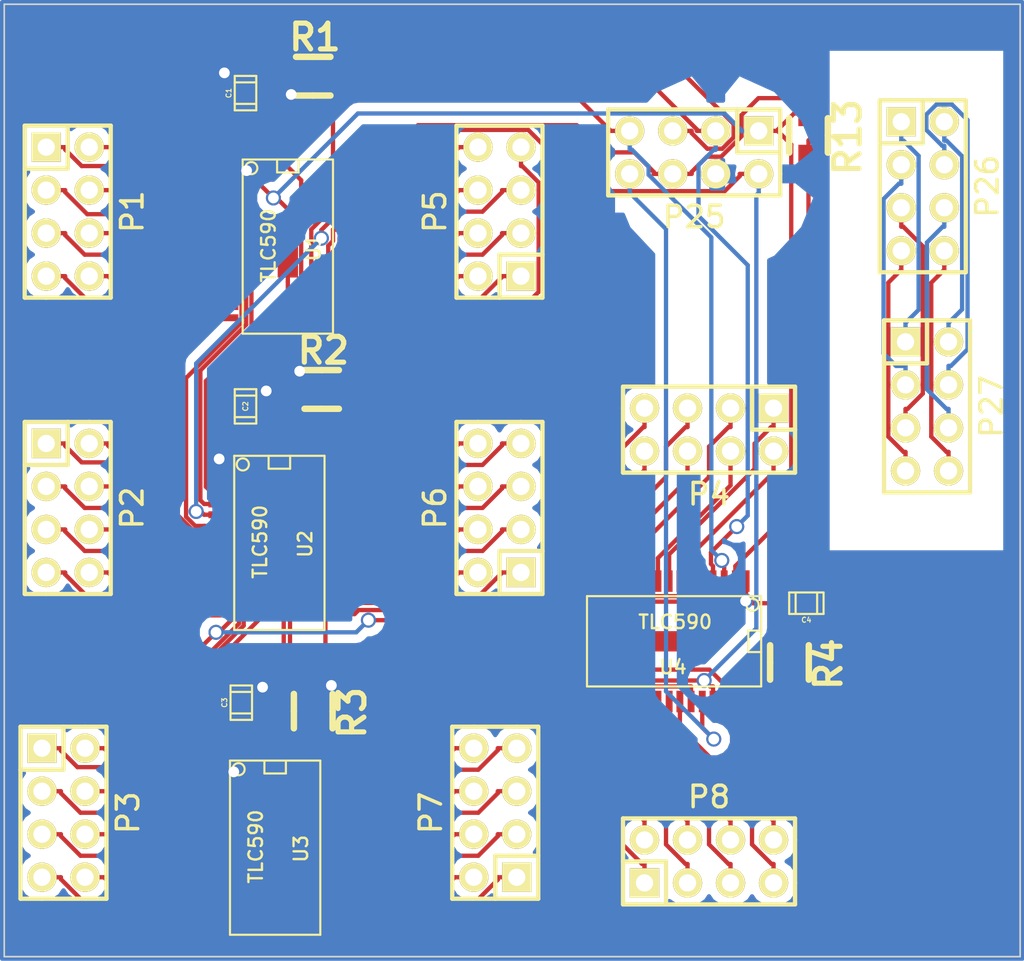
<source format=kicad_pcb>
(kicad_pcb (version 4) (host pcbnew "(2014-jul-16 BZR unknown)-product")

  (general
    (links 133)
    (no_connects 2)
    (area 112.694191 53 250.153184 131.500001)
    (thickness 1.6)
    (drawings 5)
    (tracks 699)
    (zones 0)
    (modules 24)
    (nets 90)
  )

  (page A4)
  (layers
    (0 F.Cu signal)
    (31 B.Cu signal)
    (32 B.Adhes user hide)
    (33 F.Adhes user hide)
    (34 B.Paste user hide)
    (35 F.Paste user hide)
    (36 B.SilkS user hide)
    (37 F.SilkS user hide)
    (38 B.Mask user hide)
    (39 F.Mask user hide)
    (40 Dwgs.User user hide)
    (41 Cmts.User user hide)
    (42 Eco1.User user hide)
    (43 Eco2.User user hide)
    (44 Edge.Cuts user)
  )

  (setup
    (last_trace_width 0.254)
    (trace_clearance 0.0254)
    (zone_clearance 0.508)
    (zone_45_only no)
    (trace_min 6.4516)
    (segment_width 0.2)
    (edge_width 0.1)
    (via_size 0.889)
    (via_drill 0.635)
    (via_min_size 22.5806)
    (via_min_drill 0.508)
    (uvia_size 0.508)
    (uvia_drill 0.127)
    (uvias_allowed no)
    (uvia_min_size 12.9032)
    (uvia_min_drill 0.127)
    (pcb_text_width 0.3)
    (pcb_text_size 1.5 1.5)
    (mod_edge_width 0.15)
    (mod_text_size 1 1)
    (mod_text_width 0.15)
    (pad_size 3.78 1.2)
    (pad_drill 0)
    (pad_to_mask_clearance 0)
    (aux_axis_origin 174.5 55.75)
    (visible_elements FFFFFF7F)
    (pcbplotparams
      (layerselection 0x010f0_80000001)
      (usegerberextensions true)
      (excludeedgelayer true)
      (linewidth 0.100000)
      (plotframeref false)
      (viasonmask false)
      (mode 1)
      (useauxorigin false)
      (hpglpennumber 1)
      (hpglpenspeed 20)
      (hpglpendiameter 15)
      (hpglpenoverlay 2)
      (psnegative false)
      (psa4output false)
      (plotreference true)
      (plotvalue true)
      (plotinvisibletext false)
      (padsonsilk false)
      (subtractmaskfromsilk false)
      (outputformat 1)
      (mirror false)
      (drillshape 0)
      (scaleselection 1)
      (outputdirectory Gerb/))
  )

  (net 0 "")
  (net 1 "Net-(R1-Pad2)")
  (net 2 "Net-(R2-Pad2)")
  (net 3 "Net-(R3-Pad2)")
  (net 4 "Net-(R4-Pad2)")
  (net 5 /ROA1)
  (net 6 /ROA2)
  (net 7 /ROA3)
  (net 8 /ROA4)
  (net 9 /ROA5)
  (net 10 /ROA6)
  (net 11 /ROA7)
  (net 12 /ROA8)
  (net 13 /ROB1)
  (net 14 /ROB2)
  (net 15 /ROB3)
  (net 16 /ROB4)
  (net 17 /ROB5)
  (net 18 /ROB6)
  (net 19 /ROB7)
  (net 20 /ROB8)
  (net 21 /ROC1)
  (net 22 /ROC2)
  (net 23 /ROC3)
  (net 24 /ROC4)
  (net 25 /ROC5)
  (net 26 /ROC6)
  (net 27 /ROC7)
  (net 28 /ROC8)
  (net 29 /ROD1)
  (net 30 /ROD2)
  (net 31 /ROD3)
  (net 32 /ROD4)
  (net 33 /ROD5)
  (net 34 /ROD6)
  (net 35 /ROD7)
  (net 36 /ROD8)
  (net 37 /ROA9)
  (net 38 /ROA10)
  (net 39 /ROA11)
  (net 40 /ROA12)
  (net 41 /ROA13)
  (net 42 /ROA14)
  (net 43 /ROA15)
  (net 44 /ROA16)
  (net 45 /ROB9)
  (net 46 /ROB10)
  (net 47 /ROB11)
  (net 48 /ROB12)
  (net 49 /ROB13)
  (net 50 /ROB14)
  (net 51 /ROB15)
  (net 52 /ROB16)
  (net 53 /ROC9)
  (net 54 /ROC10)
  (net 55 /ROC11)
  (net 56 /ROC12)
  (net 57 /ROC13)
  (net 58 /ROC14)
  (net 59 /ROC15)
  (net 60 /ROC16)
  (net 61 /ROD9)
  (net 62 /ROD10)
  (net 63 /ROD11)
  (net 64 /ROD12)
  (net 65 /ROD13)
  (net 66 /ROD14)
  (net 67 /ROD15)
  (net 68 /ROD16)
  (net 69 GND)
  (net 70 /blank)
  (net 71 /xlat)
  (net 72 /sclk)
  (net 73 /sin)
  (net 74 /xerr)
  (net 75 /sin_B)
  (net 76 /gsclk)
  (net 77 /sin_C)
  (net 78 /sin_D)
  (net 79 /sin_E)
  (net 80 +3.3V)
  (net 81 /L1)
  (net 82 /L2)
  (net 83 /L3)
  (net 84 /L4)
  (net 85 /L5)
  (net 86 /L6)
  (net 87 /L7)
  (net 88 /L8)
  (net 89 /vprg)

  (net_class Default "This is the default net class."
    (clearance 0.0254)
    (trace_width 0.254)
    (via_dia 0.889)
    (via_drill 0.635)
    (uvia_dia 0.508)
    (uvia_drill 0.127)
    (add_net +3.3V)
    (add_net /L1)
    (add_net /L2)
    (add_net /L3)
    (add_net /L4)
    (add_net /L5)
    (add_net /L6)
    (add_net /L7)
    (add_net /L8)
    (add_net /ROA1)
    (add_net /ROA10)
    (add_net /ROA11)
    (add_net /ROA12)
    (add_net /ROA13)
    (add_net /ROA14)
    (add_net /ROA15)
    (add_net /ROA16)
    (add_net /ROA2)
    (add_net /ROA3)
    (add_net /ROA4)
    (add_net /ROA5)
    (add_net /ROA6)
    (add_net /ROA7)
    (add_net /ROA8)
    (add_net /ROA9)
    (add_net /ROB1)
    (add_net /ROB10)
    (add_net /ROB11)
    (add_net /ROB12)
    (add_net /ROB13)
    (add_net /ROB14)
    (add_net /ROB15)
    (add_net /ROB16)
    (add_net /ROB2)
    (add_net /ROB3)
    (add_net /ROB4)
    (add_net /ROB5)
    (add_net /ROB6)
    (add_net /ROB7)
    (add_net /ROB8)
    (add_net /ROB9)
    (add_net /ROC1)
    (add_net /ROC10)
    (add_net /ROC11)
    (add_net /ROC12)
    (add_net /ROC13)
    (add_net /ROC14)
    (add_net /ROC15)
    (add_net /ROC16)
    (add_net /ROC2)
    (add_net /ROC3)
    (add_net /ROC4)
    (add_net /ROC5)
    (add_net /ROC6)
    (add_net /ROC7)
    (add_net /ROC8)
    (add_net /ROC9)
    (add_net /ROD1)
    (add_net /ROD10)
    (add_net /ROD11)
    (add_net /ROD12)
    (add_net /ROD13)
    (add_net /ROD14)
    (add_net /ROD15)
    (add_net /ROD16)
    (add_net /ROD2)
    (add_net /ROD3)
    (add_net /ROD4)
    (add_net /ROD5)
    (add_net /ROD6)
    (add_net /ROD7)
    (add_net /ROD8)
    (add_net /ROD9)
    (add_net /blank)
    (add_net /gsclk)
    (add_net /sclk)
    (add_net /sin)
    (add_net /sin_B)
    (add_net /sin_C)
    (add_net /sin_D)
    (add_net /sin_E)
    (add_net /vprg)
    (add_net /xerr)
    (add_net /xlat)
    (add_net GND)
    (add_net "Net-(R1-Pad2)")
    (add_net "Net-(R2-Pad2)")
    (add_net "Net-(R3-Pad2)")
    (add_net "Net-(R4-Pad2)")
  )

  (module Resistors_SMD:Resistor_SMD0805_HandSoldering placed (layer F.Cu) (tedit 53AB07F8) (tstamp 53AC74C8)
    (at 161.75 63.5 270)
    (descr "Resistor, SMD, 0805, Hand soldering,")
    (tags "Resistor, SMD, 0805, Hand soldering,")
    (path /53ABD2DF)
    (attr smd)
    (fp_text reference R13 (at 0.09906 -2.30124 270) (layer F.SilkS)
      (effects (font (thickness 0.3048)))
    )
    (fp_text value R (at 0.20066 2.60096 270) (layer F.SilkS) hide
      (effects (font (thickness 0.3048)))
    )
    (fp_line (start 0 -1.143) (end -1.016 -1.143) (layer F.SilkS) (width 0.381))
    (fp_line (start 0 -1.143) (end 1.016 -1.143) (layer F.SilkS) (width 0.381))
    (fp_line (start 0 1.143) (end -1.016 1.143) (layer F.SilkS) (width 0.381))
    (fp_line (start 0 1.143) (end 1.016 1.143) (layer F.SilkS) (width 0.381))
    (pad 1 smd rect (at -1.30048 0 270) (size 1.50114 1.19888) (layers F.Cu F.Paste F.Mask)
      (net 70 /blank))
    (pad 2 smd rect (at 1.30048 0 270) (size 1.50114 1.19888) (layers F.Cu F.Paste F.Mask)
      (net 80 +3.3V))
  )

  (module Pin_Headers:Pin_Header_Straight_2x04 placed (layer F.Cu) (tedit 53A8F82A) (tstamp 53AC736D)
    (at 118 68 270)
    (descr "1 pin")
    (tags "CONN DEV")
    (path /53A8FE24)
    (fp_text reference P1 (at 0 -3.81 270) (layer F.SilkS)
      (effects (font (size 1.27 1.27) (thickness 0.2032)))
    )
    (fp_text value CONN_4X2 (at 0 0 270) (layer F.SilkS) hide
      (effects (font (size 1.27 1.27) (thickness 0.2032)))
    )
    (fp_line (start -2.54 2.54) (end 5.08 2.54) (layer F.SilkS) (width 0.254))
    (fp_line (start 5.08 2.54) (end 5.08 -2.54) (layer F.SilkS) (width 0.254))
    (fp_line (start 5.08 -2.54) (end -5.08 -2.54) (layer F.SilkS) (width 0.254))
    (fp_line (start -5.08 -2.54) (end -5.08 0) (layer F.SilkS) (width 0.254))
    (fp_line (start -5.08 2.54) (end -2.54 2.54) (layer F.SilkS) (width 0.254))
    (fp_line (start -5.08 0) (end -2.54 0) (layer F.SilkS) (width 0.254))
    (fp_line (start -2.54 0) (end -2.54 2.54) (layer F.SilkS) (width 0.254))
    (fp_line (start -5.08 2.54) (end -5.08 0) (layer F.SilkS) (width 0.254))
    (pad 1 thru_hole rect (at -3.81 1.27 270) (size 1.7272 1.7272) (drill 1.016) (layers *.Cu *.Mask F.SilkS)
      (net 6 /ROA2))
    (pad 2 thru_hole oval (at -3.81 -1.27 270) (size 1.7272 1.7272) (drill 1.016) (layers *.Cu *.Mask F.SilkS)
      (net 5 /ROA1))
    (pad 3 thru_hole oval (at -1.27 1.27 270) (size 1.7272 1.7272) (drill 1.016) (layers *.Cu *.Mask F.SilkS)
      (net 8 /ROA4))
    (pad 4 thru_hole oval (at -1.27 -1.27 270) (size 1.7272 1.7272) (drill 1.016) (layers *.Cu *.Mask F.SilkS)
      (net 7 /ROA3))
    (pad 5 thru_hole oval (at 1.27 1.27 270) (size 1.7272 1.7272) (drill 1.016) (layers *.Cu *.Mask F.SilkS)
      (net 10 /ROA6))
    (pad 6 thru_hole oval (at 1.27 -1.27 270) (size 1.7272 1.7272) (drill 1.016) (layers *.Cu *.Mask F.SilkS)
      (net 9 /ROA5))
    (pad 7 thru_hole oval (at 3.81 1.27 270) (size 1.7272 1.7272) (drill 1.016) (layers *.Cu *.Mask F.SilkS)
      (net 12 /ROA8))
    (pad 8 thru_hole oval (at 3.81 -1.27 270) (size 1.7272 1.7272) (drill 1.016) (layers *.Cu *.Mask F.SilkS)
      (net 11 /ROA7))
    (model Pin_Headers/Pin_Header_Straight_2x04.wrl
      (at (xyz 0 0 0))
      (scale (xyz 1 1 1))
      (rotate (xyz 0 0 0))
    )
  )

  (module Pin_Headers:Pin_Header_Straight_2x04 placed (layer F.Cu) (tedit 53A8F82A) (tstamp 53AC74A8)
    (at 118 85.5 270)
    (descr "1 pin")
    (tags "CONN DEV")
    (path /53A8F43E)
    (fp_text reference P2 (at 0 -3.81 270) (layer F.SilkS)
      (effects (font (size 1.27 1.27) (thickness 0.2032)))
    )
    (fp_text value CONN_4X2 (at 0 0 270) (layer F.SilkS) hide
      (effects (font (size 1.27 1.27) (thickness 0.2032)))
    )
    (fp_line (start -2.54 2.54) (end 5.08 2.54) (layer F.SilkS) (width 0.254))
    (fp_line (start 5.08 2.54) (end 5.08 -2.54) (layer F.SilkS) (width 0.254))
    (fp_line (start 5.08 -2.54) (end -5.08 -2.54) (layer F.SilkS) (width 0.254))
    (fp_line (start -5.08 -2.54) (end -5.08 0) (layer F.SilkS) (width 0.254))
    (fp_line (start -5.08 2.54) (end -2.54 2.54) (layer F.SilkS) (width 0.254))
    (fp_line (start -5.08 0) (end -2.54 0) (layer F.SilkS) (width 0.254))
    (fp_line (start -2.54 0) (end -2.54 2.54) (layer F.SilkS) (width 0.254))
    (fp_line (start -5.08 2.54) (end -5.08 0) (layer F.SilkS) (width 0.254))
    (pad 1 thru_hole rect (at -3.81 1.27 270) (size 1.7272 1.7272) (drill 1.016) (layers *.Cu *.Mask F.SilkS)
      (net 14 /ROB2))
    (pad 2 thru_hole oval (at -3.81 -1.27 270) (size 1.7272 1.7272) (drill 1.016) (layers *.Cu *.Mask F.SilkS)
      (net 13 /ROB1))
    (pad 3 thru_hole oval (at -1.27 1.27 270) (size 1.7272 1.7272) (drill 1.016) (layers *.Cu *.Mask F.SilkS)
      (net 16 /ROB4))
    (pad 4 thru_hole oval (at -1.27 -1.27 270) (size 1.7272 1.7272) (drill 1.016) (layers *.Cu *.Mask F.SilkS)
      (net 15 /ROB3))
    (pad 5 thru_hole oval (at 1.27 1.27 270) (size 1.7272 1.7272) (drill 1.016) (layers *.Cu *.Mask F.SilkS)
      (net 18 /ROB6))
    (pad 6 thru_hole oval (at 1.27 -1.27 270) (size 1.7272 1.7272) (drill 1.016) (layers *.Cu *.Mask F.SilkS)
      (net 17 /ROB5))
    (pad 7 thru_hole oval (at 3.81 1.27 270) (size 1.7272 1.7272) (drill 1.016) (layers *.Cu *.Mask F.SilkS)
      (net 20 /ROB8))
    (pad 8 thru_hole oval (at 3.81 -1.27 270) (size 1.7272 1.7272) (drill 1.016) (layers *.Cu *.Mask F.SilkS)
      (net 19 /ROB7))
    (model Pin_Headers/Pin_Header_Straight_2x04.wrl
      (at (xyz 0 0 0))
      (scale (xyz 1 1 1))
      (rotate (xyz 0 0 0))
    )
  )

  (module Pin_Headers:Pin_Header_Straight_2x04 placed (layer F.Cu) (tedit 53A8F82A) (tstamp 53AC7493)
    (at 117.75 103.5 270)
    (descr "1 pin")
    (tags "CONN DEV")
    (path /53A8FD59)
    (fp_text reference P3 (at 0 -3.81 270) (layer F.SilkS)
      (effects (font (size 1.27 1.27) (thickness 0.2032)))
    )
    (fp_text value CONN_4X2 (at 0 0 270) (layer F.SilkS) hide
      (effects (font (size 1.27 1.27) (thickness 0.2032)))
    )
    (fp_line (start -2.54 2.54) (end 5.08 2.54) (layer F.SilkS) (width 0.254))
    (fp_line (start 5.08 2.54) (end 5.08 -2.54) (layer F.SilkS) (width 0.254))
    (fp_line (start 5.08 -2.54) (end -5.08 -2.54) (layer F.SilkS) (width 0.254))
    (fp_line (start -5.08 -2.54) (end -5.08 0) (layer F.SilkS) (width 0.254))
    (fp_line (start -5.08 2.54) (end -2.54 2.54) (layer F.SilkS) (width 0.254))
    (fp_line (start -5.08 0) (end -2.54 0) (layer F.SilkS) (width 0.254))
    (fp_line (start -2.54 0) (end -2.54 2.54) (layer F.SilkS) (width 0.254))
    (fp_line (start -5.08 2.54) (end -5.08 0) (layer F.SilkS) (width 0.254))
    (pad 1 thru_hole rect (at -3.81 1.27 270) (size 1.7272 1.7272) (drill 1.016) (layers *.Cu *.Mask F.SilkS)
      (net 22 /ROC2))
    (pad 2 thru_hole oval (at -3.81 -1.27 270) (size 1.7272 1.7272) (drill 1.016) (layers *.Cu *.Mask F.SilkS)
      (net 21 /ROC1))
    (pad 3 thru_hole oval (at -1.27 1.27 270) (size 1.7272 1.7272) (drill 1.016) (layers *.Cu *.Mask F.SilkS)
      (net 24 /ROC4))
    (pad 4 thru_hole oval (at -1.27 -1.27 270) (size 1.7272 1.7272) (drill 1.016) (layers *.Cu *.Mask F.SilkS)
      (net 23 /ROC3))
    (pad 5 thru_hole oval (at 1.27 1.27 270) (size 1.7272 1.7272) (drill 1.016) (layers *.Cu *.Mask F.SilkS)
      (net 26 /ROC6))
    (pad 6 thru_hole oval (at 1.27 -1.27 270) (size 1.7272 1.7272) (drill 1.016) (layers *.Cu *.Mask F.SilkS)
      (net 25 /ROC5))
    (pad 7 thru_hole oval (at 3.81 1.27 270) (size 1.7272 1.7272) (drill 1.016) (layers *.Cu *.Mask F.SilkS)
      (net 28 /ROC8))
    (pad 8 thru_hole oval (at 3.81 -1.27 270) (size 1.7272 1.7272) (drill 1.016) (layers *.Cu *.Mask F.SilkS)
      (net 27 /ROC7))
    (model Pin_Headers/Pin_Header_Straight_2x04.wrl
      (at (xyz 0 0 0))
      (scale (xyz 1 1 1))
      (rotate (xyz 0 0 0))
    )
  )

  (module Pin_Headers:Pin_Header_Straight_2x04 placed (layer F.Cu) (tedit 53A8F82A) (tstamp 5434597F)
    (at 155.875 80.875 180)
    (descr "1 pin")
    (tags "CONN DEV")
    (path /53A8FDA3)
    (fp_text reference P4 (at 0 -3.81 180) (layer F.SilkS)
      (effects (font (size 1.27 1.27) (thickness 0.2032)))
    )
    (fp_text value CONN_4X2 (at 0 0 180) (layer F.SilkS) hide
      (effects (font (size 1.27 1.27) (thickness 0.2032)))
    )
    (fp_line (start -2.54 2.54) (end 5.08 2.54) (layer F.SilkS) (width 0.254))
    (fp_line (start 5.08 2.54) (end 5.08 -2.54) (layer F.SilkS) (width 0.254))
    (fp_line (start 5.08 -2.54) (end -5.08 -2.54) (layer F.SilkS) (width 0.254))
    (fp_line (start -5.08 -2.54) (end -5.08 0) (layer F.SilkS) (width 0.254))
    (fp_line (start -5.08 2.54) (end -2.54 2.54) (layer F.SilkS) (width 0.254))
    (fp_line (start -5.08 0) (end -2.54 0) (layer F.SilkS) (width 0.254))
    (fp_line (start -2.54 0) (end -2.54 2.54) (layer F.SilkS) (width 0.254))
    (fp_line (start -5.08 2.54) (end -5.08 0) (layer F.SilkS) (width 0.254))
    (pad 1 thru_hole rect (at -3.81 1.27 180) (size 1.7272 1.7272) (drill 1.016) (layers *.Cu *.Mask F.SilkS)
      (net 30 /ROD2))
    (pad 2 thru_hole oval (at -3.81 -1.27 180) (size 1.7272 1.7272) (drill 1.016) (layers *.Cu *.Mask F.SilkS)
      (net 29 /ROD1))
    (pad 3 thru_hole oval (at -1.27 1.27 180) (size 1.7272 1.7272) (drill 1.016) (layers *.Cu *.Mask F.SilkS)
      (net 32 /ROD4))
    (pad 4 thru_hole oval (at -1.27 -1.27 180) (size 1.7272 1.7272) (drill 1.016) (layers *.Cu *.Mask F.SilkS)
      (net 31 /ROD3))
    (pad 5 thru_hole oval (at 1.27 1.27 180) (size 1.7272 1.7272) (drill 1.016) (layers *.Cu *.Mask F.SilkS)
      (net 34 /ROD6))
    (pad 6 thru_hole oval (at 1.27 -1.27 180) (size 1.7272 1.7272) (drill 1.016) (layers *.Cu *.Mask F.SilkS)
      (net 33 /ROD5))
    (pad 7 thru_hole oval (at 3.81 1.27 180) (size 1.7272 1.7272) (drill 1.016) (layers *.Cu *.Mask F.SilkS)
      (net 36 /ROD8))
    (pad 8 thru_hole oval (at 3.81 -1.27 180) (size 1.7272 1.7272) (drill 1.016) (layers *.Cu *.Mask F.SilkS)
      (net 35 /ROD7))
    (model Pin_Headers/Pin_Header_Straight_2x04.wrl
      (at (xyz 0 0 0))
      (scale (xyz 1 1 1))
      (rotate (xyz 0 0 0))
    )
  )

  (module Pin_Headers:Pin_Header_Straight_2x04 placed (layer F.Cu) (tedit 53A8F82A) (tstamp 53AC7469)
    (at 143.5 68 90)
    (descr "1 pin")
    (tags "CONN DEV")
    (path /53A8E719)
    (fp_text reference P5 (at 0 -3.81 90) (layer F.SilkS)
      (effects (font (size 1.27 1.27) (thickness 0.2032)))
    )
    (fp_text value CONN_4X2 (at 0 0 90) (layer F.SilkS) hide
      (effects (font (size 1.27 1.27) (thickness 0.2032)))
    )
    (fp_line (start -2.54 2.54) (end 5.08 2.54) (layer F.SilkS) (width 0.254))
    (fp_line (start 5.08 2.54) (end 5.08 -2.54) (layer F.SilkS) (width 0.254))
    (fp_line (start 5.08 -2.54) (end -5.08 -2.54) (layer F.SilkS) (width 0.254))
    (fp_line (start -5.08 -2.54) (end -5.08 0) (layer F.SilkS) (width 0.254))
    (fp_line (start -5.08 2.54) (end -2.54 2.54) (layer F.SilkS) (width 0.254))
    (fp_line (start -5.08 0) (end -2.54 0) (layer F.SilkS) (width 0.254))
    (fp_line (start -2.54 0) (end -2.54 2.54) (layer F.SilkS) (width 0.254))
    (fp_line (start -5.08 2.54) (end -5.08 0) (layer F.SilkS) (width 0.254))
    (pad 1 thru_hole rect (at -3.81 1.27 90) (size 1.7272 1.7272) (drill 1.016) (layers *.Cu *.Mask F.SilkS)
      (net 37 /ROA9))
    (pad 2 thru_hole oval (at -3.81 -1.27 90) (size 1.7272 1.7272) (drill 1.016) (layers *.Cu *.Mask F.SilkS)
      (net 38 /ROA10))
    (pad 3 thru_hole oval (at -1.27 1.27 90) (size 1.7272 1.7272) (drill 1.016) (layers *.Cu *.Mask F.SilkS)
      (net 39 /ROA11))
    (pad 4 thru_hole oval (at -1.27 -1.27 90) (size 1.7272 1.7272) (drill 1.016) (layers *.Cu *.Mask F.SilkS)
      (net 40 /ROA12))
    (pad 5 thru_hole oval (at 1.27 1.27 90) (size 1.7272 1.7272) (drill 1.016) (layers *.Cu *.Mask F.SilkS)
      (net 41 /ROA13))
    (pad 6 thru_hole oval (at 1.27 -1.27 90) (size 1.7272 1.7272) (drill 1.016) (layers *.Cu *.Mask F.SilkS)
      (net 42 /ROA14))
    (pad 7 thru_hole oval (at 3.81 1.27 90) (size 1.7272 1.7272) (drill 1.016) (layers *.Cu *.Mask F.SilkS)
      (net 43 /ROA15))
    (pad 8 thru_hole oval (at 3.81 -1.27 90) (size 1.7272 1.7272) (drill 1.016) (layers *.Cu *.Mask F.SilkS)
      (net 44 /ROA16))
    (model Pin_Headers/Pin_Header_Straight_2x04.wrl
      (at (xyz 0 0 0))
      (scale (xyz 1 1 1))
      (rotate (xyz 0 0 0))
    )
  )

  (module Pin_Headers:Pin_Header_Straight_2x04 placed (layer F.Cu) (tedit 53A8F82A) (tstamp 53AC7454)
    (at 143.5 85.5 90)
    (descr "1 pin")
    (tags "CONN DEV")
    (path /53A8F45A)
    (fp_text reference P6 (at 0 -3.81 90) (layer F.SilkS)
      (effects (font (size 1.27 1.27) (thickness 0.2032)))
    )
    (fp_text value CONN_4X2 (at 0 0 90) (layer F.SilkS) hide
      (effects (font (size 1.27 1.27) (thickness 0.2032)))
    )
    (fp_line (start -2.54 2.54) (end 5.08 2.54) (layer F.SilkS) (width 0.254))
    (fp_line (start 5.08 2.54) (end 5.08 -2.54) (layer F.SilkS) (width 0.254))
    (fp_line (start 5.08 -2.54) (end -5.08 -2.54) (layer F.SilkS) (width 0.254))
    (fp_line (start -5.08 -2.54) (end -5.08 0) (layer F.SilkS) (width 0.254))
    (fp_line (start -5.08 2.54) (end -2.54 2.54) (layer F.SilkS) (width 0.254))
    (fp_line (start -5.08 0) (end -2.54 0) (layer F.SilkS) (width 0.254))
    (fp_line (start -2.54 0) (end -2.54 2.54) (layer F.SilkS) (width 0.254))
    (fp_line (start -5.08 2.54) (end -5.08 0) (layer F.SilkS) (width 0.254))
    (pad 1 thru_hole rect (at -3.81 1.27 90) (size 1.7272 1.7272) (drill 1.016) (layers *.Cu *.Mask F.SilkS)
      (net 45 /ROB9))
    (pad 2 thru_hole oval (at -3.81 -1.27 90) (size 1.7272 1.7272) (drill 1.016) (layers *.Cu *.Mask F.SilkS)
      (net 46 /ROB10))
    (pad 3 thru_hole oval (at -1.27 1.27 90) (size 1.7272 1.7272) (drill 1.016) (layers *.Cu *.Mask F.SilkS)
      (net 47 /ROB11))
    (pad 4 thru_hole oval (at -1.27 -1.27 90) (size 1.7272 1.7272) (drill 1.016) (layers *.Cu *.Mask F.SilkS)
      (net 48 /ROB12))
    (pad 5 thru_hole oval (at 1.27 1.27 90) (size 1.7272 1.7272) (drill 1.016) (layers *.Cu *.Mask F.SilkS)
      (net 49 /ROB13))
    (pad 6 thru_hole oval (at 1.27 -1.27 90) (size 1.7272 1.7272) (drill 1.016) (layers *.Cu *.Mask F.SilkS)
      (net 50 /ROB14))
    (pad 7 thru_hole oval (at 3.81 1.27 90) (size 1.7272 1.7272) (drill 1.016) (layers *.Cu *.Mask F.SilkS)
      (net 51 /ROB15))
    (pad 8 thru_hole oval (at 3.81 -1.27 90) (size 1.7272 1.7272) (drill 1.016) (layers *.Cu *.Mask F.SilkS)
      (net 52 /ROB16))
    (model Pin_Headers/Pin_Header_Straight_2x04.wrl
      (at (xyz 0 0 0))
      (scale (xyz 1 1 1))
      (rotate (xyz 0 0 0))
    )
  )

  (module Pin_Headers:Pin_Header_Straight_2x04 placed (layer F.Cu) (tedit 53A8F82A) (tstamp 53AC743F)
    (at 143.25 103.5 90)
    (descr "1 pin")
    (tags "CONN DEV")
    (path /53A8FD75)
    (fp_text reference P7 (at 0 -3.81 90) (layer F.SilkS)
      (effects (font (size 1.27 1.27) (thickness 0.2032)))
    )
    (fp_text value CONN_4X2 (at 0 0 90) (layer F.SilkS) hide
      (effects (font (size 1.27 1.27) (thickness 0.2032)))
    )
    (fp_line (start -2.54 2.54) (end 5.08 2.54) (layer F.SilkS) (width 0.254))
    (fp_line (start 5.08 2.54) (end 5.08 -2.54) (layer F.SilkS) (width 0.254))
    (fp_line (start 5.08 -2.54) (end -5.08 -2.54) (layer F.SilkS) (width 0.254))
    (fp_line (start -5.08 -2.54) (end -5.08 0) (layer F.SilkS) (width 0.254))
    (fp_line (start -5.08 2.54) (end -2.54 2.54) (layer F.SilkS) (width 0.254))
    (fp_line (start -5.08 0) (end -2.54 0) (layer F.SilkS) (width 0.254))
    (fp_line (start -2.54 0) (end -2.54 2.54) (layer F.SilkS) (width 0.254))
    (fp_line (start -5.08 2.54) (end -5.08 0) (layer F.SilkS) (width 0.254))
    (pad 1 thru_hole rect (at -3.81 1.27 90) (size 1.7272 1.7272) (drill 1.016) (layers *.Cu *.Mask F.SilkS)
      (net 53 /ROC9))
    (pad 2 thru_hole oval (at -3.81 -1.27 90) (size 1.7272 1.7272) (drill 1.016) (layers *.Cu *.Mask F.SilkS)
      (net 54 /ROC10))
    (pad 3 thru_hole oval (at -1.27 1.27 90) (size 1.7272 1.7272) (drill 1.016) (layers *.Cu *.Mask F.SilkS)
      (net 55 /ROC11))
    (pad 4 thru_hole oval (at -1.27 -1.27 90) (size 1.7272 1.7272) (drill 1.016) (layers *.Cu *.Mask F.SilkS)
      (net 56 /ROC12))
    (pad 5 thru_hole oval (at 1.27 1.27 90) (size 1.7272 1.7272) (drill 1.016) (layers *.Cu *.Mask F.SilkS)
      (net 57 /ROC13))
    (pad 6 thru_hole oval (at 1.27 -1.27 90) (size 1.7272 1.7272) (drill 1.016) (layers *.Cu *.Mask F.SilkS)
      (net 58 /ROC14))
    (pad 7 thru_hole oval (at 3.81 1.27 90) (size 1.7272 1.7272) (drill 1.016) (layers *.Cu *.Mask F.SilkS)
      (net 59 /ROC15))
    (pad 8 thru_hole oval (at 3.81 -1.27 90) (size 1.7272 1.7272) (drill 1.016) (layers *.Cu *.Mask F.SilkS)
      (net 60 /ROC16))
    (model Pin_Headers/Pin_Header_Straight_2x04.wrl
      (at (xyz 0 0 0))
      (scale (xyz 1 1 1))
      (rotate (xyz 0 0 0))
    )
  )

  (module Pin_Headers:Pin_Header_Straight_2x04 placed (layer F.Cu) (tedit 53A8F82A) (tstamp 5434596A)
    (at 155.875 106.375)
    (descr "1 pin")
    (tags "CONN DEV")
    (path /53A8FDBF)
    (fp_text reference P8 (at 0 -3.81) (layer F.SilkS)
      (effects (font (size 1.27 1.27) (thickness 0.2032)))
    )
    (fp_text value CONN_4X2 (at 0 0) (layer F.SilkS) hide
      (effects (font (size 1.27 1.27) (thickness 0.2032)))
    )
    (fp_line (start -2.54 2.54) (end 5.08 2.54) (layer F.SilkS) (width 0.254))
    (fp_line (start 5.08 2.54) (end 5.08 -2.54) (layer F.SilkS) (width 0.254))
    (fp_line (start 5.08 -2.54) (end -5.08 -2.54) (layer F.SilkS) (width 0.254))
    (fp_line (start -5.08 -2.54) (end -5.08 0) (layer F.SilkS) (width 0.254))
    (fp_line (start -5.08 2.54) (end -2.54 2.54) (layer F.SilkS) (width 0.254))
    (fp_line (start -5.08 0) (end -2.54 0) (layer F.SilkS) (width 0.254))
    (fp_line (start -2.54 0) (end -2.54 2.54) (layer F.SilkS) (width 0.254))
    (fp_line (start -5.08 2.54) (end -5.08 0) (layer F.SilkS) (width 0.254))
    (pad 1 thru_hole rect (at -3.81 1.27) (size 1.7272 1.7272) (drill 1.016) (layers *.Cu *.Mask F.SilkS)
      (net 61 /ROD9))
    (pad 2 thru_hole oval (at -3.81 -1.27) (size 1.7272 1.7272) (drill 1.016) (layers *.Cu *.Mask F.SilkS)
      (net 62 /ROD10))
    (pad 3 thru_hole oval (at -1.27 1.27) (size 1.7272 1.7272) (drill 1.016) (layers *.Cu *.Mask F.SilkS)
      (net 63 /ROD11))
    (pad 4 thru_hole oval (at -1.27 -1.27) (size 1.7272 1.7272) (drill 1.016) (layers *.Cu *.Mask F.SilkS)
      (net 64 /ROD12))
    (pad 5 thru_hole oval (at 1.27 1.27) (size 1.7272 1.7272) (drill 1.016) (layers *.Cu *.Mask F.SilkS)
      (net 65 /ROD13))
    (pad 6 thru_hole oval (at 1.27 -1.27) (size 1.7272 1.7272) (drill 1.016) (layers *.Cu *.Mask F.SilkS)
      (net 66 /ROD14))
    (pad 7 thru_hole oval (at 3.81 1.27) (size 1.7272 1.7272) (drill 1.016) (layers *.Cu *.Mask F.SilkS)
      (net 67 /ROD15))
    (pad 8 thru_hole oval (at 3.81 -1.27) (size 1.7272 1.7272) (drill 1.016) (layers *.Cu *.Mask F.SilkS)
      (net 68 /ROD16))
    (model Pin_Headers/Pin_Header_Straight_2x04.wrl
      (at (xyz 0 0 0))
      (scale (xyz 1 1 1))
      (rotate (xyz 0 0 0))
    )
  )

  (module Resistors_SMD:Resistor_SMD0805_HandSoldering placed (layer F.Cu) (tedit 53A8F82A) (tstamp 53AC72C5)
    (at 132.5 60)
    (descr "Resistor, SMD, 0805, Hand soldering,")
    (tags "Resistor, SMD, 0805, Hand soldering,")
    (path /53A8EAAB)
    (attr smd)
    (fp_text reference R1 (at 0.09906 -2.30124) (layer F.SilkS)
      (effects (font (thickness 0.3048)))
    )
    (fp_text value R (at 0.20066 2.60096) (layer F.SilkS) hide
      (effects (font (thickness 0.3048)))
    )
    (fp_line (start 0 -1.143) (end -1.016 -1.143) (layer F.SilkS) (width 0.381))
    (fp_line (start 0 -1.143) (end 1.016 -1.143) (layer F.SilkS) (width 0.381))
    (fp_line (start 0 1.143) (end -1.016 1.143) (layer F.SilkS) (width 0.381))
    (fp_line (start 0 1.143) (end 1.016 1.143) (layer F.SilkS) (width 0.381))
    (pad 1 smd rect (at -1.30048 0) (size 1.50114 1.19888) (layers F.Cu F.Paste F.Mask)
      (net 69 GND))
    (pad 2 smd rect (at 1.30048 0) (size 1.50114 1.19888) (layers F.Cu F.Paste F.Mask)
      (net 1 "Net-(R1-Pad2)"))
  )

  (module Resistors_SMD:Resistor_SMD0805_HandSoldering placed (layer F.Cu) (tedit 53A8F82A) (tstamp 53AC72BA)
    (at 133 78.5)
    (descr "Resistor, SMD, 0805, Hand soldering,")
    (tags "Resistor, SMD, 0805, Hand soldering,")
    (path /53A8F479)
    (attr smd)
    (fp_text reference R2 (at 0.09906 -2.30124) (layer F.SilkS)
      (effects (font (thickness 0.3048)))
    )
    (fp_text value R (at 0.20066 2.60096) (layer F.SilkS) hide
      (effects (font (thickness 0.3048)))
    )
    (fp_line (start 0 -1.143) (end -1.016 -1.143) (layer F.SilkS) (width 0.381))
    (fp_line (start 0 -1.143) (end 1.016 -1.143) (layer F.SilkS) (width 0.381))
    (fp_line (start 0 1.143) (end -1.016 1.143) (layer F.SilkS) (width 0.381))
    (fp_line (start 0 1.143) (end 1.016 1.143) (layer F.SilkS) (width 0.381))
    (pad 1 smd rect (at -1.30048 0) (size 1.50114 1.19888) (layers F.Cu F.Paste F.Mask)
      (net 69 GND))
    (pad 2 smd rect (at 1.30048 0) (size 1.50114 1.19888) (layers F.Cu F.Paste F.Mask)
      (net 2 "Net-(R2-Pad2)"))
  )

  (module Resistors_SMD:Resistor_SMD0805_HandSoldering placed (layer F.Cu) (tedit 53A8F82A) (tstamp 53AC72AF)
    (at 132.5 97.5 270)
    (descr "Resistor, SMD, 0805, Hand soldering,")
    (tags "Resistor, SMD, 0805, Hand soldering,")
    (path /53A8FD94)
    (attr smd)
    (fp_text reference R3 (at 0.09906 -2.30124 270) (layer F.SilkS)
      (effects (font (thickness 0.3048)))
    )
    (fp_text value R (at 0.20066 2.60096 270) (layer F.SilkS) hide
      (effects (font (thickness 0.3048)))
    )
    (fp_line (start 0 -1.143) (end -1.016 -1.143) (layer F.SilkS) (width 0.381))
    (fp_line (start 0 -1.143) (end 1.016 -1.143) (layer F.SilkS) (width 0.381))
    (fp_line (start 0 1.143) (end -1.016 1.143) (layer F.SilkS) (width 0.381))
    (fp_line (start 0 1.143) (end 1.016 1.143) (layer F.SilkS) (width 0.381))
    (pad 1 smd rect (at -1.30048 0 270) (size 1.50114 1.19888) (layers F.Cu F.Paste F.Mask)
      (net 69 GND))
    (pad 2 smd rect (at 1.30048 0 270) (size 1.50114 1.19888) (layers F.Cu F.Paste F.Mask)
      (net 3 "Net-(R3-Pad2)"))
  )

  (module Resistors_SMD:Resistor_SMD0805_HandSoldering placed (layer F.Cu) (tedit 53A8F82A) (tstamp 54345955)
    (at 160.625 94.625 270)
    (descr "Resistor, SMD, 0805, Hand soldering,")
    (tags "Resistor, SMD, 0805, Hand soldering,")
    (path /53A8FDDE)
    (attr smd)
    (fp_text reference R4 (at 0.09906 -2.30124 270) (layer F.SilkS)
      (effects (font (thickness 0.3048)))
    )
    (fp_text value R (at 0.20066 2.60096 270) (layer F.SilkS) hide
      (effects (font (thickness 0.3048)))
    )
    (fp_line (start 0 -1.143) (end -1.016 -1.143) (layer F.SilkS) (width 0.381))
    (fp_line (start 0 -1.143) (end 1.016 -1.143) (layer F.SilkS) (width 0.381))
    (fp_line (start 0 1.143) (end -1.016 1.143) (layer F.SilkS) (width 0.381))
    (fp_line (start 0 1.143) (end 1.016 1.143) (layer F.SilkS) (width 0.381))
    (pad 1 smd rect (at -1.30048 0 270) (size 1.50114 1.19888) (layers F.Cu F.Paste F.Mask)
      (net 69 GND))
    (pad 2 smd rect (at 1.30048 0 270) (size 1.50114 1.19888) (layers F.Cu F.Paste F.Mask)
      (net 4 "Net-(R4-Pad2)"))
  )

  (module Capacitors_SMD:c_0805 (layer F.Cu) (tedit 53AB07F8) (tstamp 53AC7577)
    (at 128.5 61 90)
    (descr "SMT capacitor, 0805")
    (path /53AAF7B4)
    (fp_text reference C1 (at 0 -0.9906 90) (layer F.SilkS)
      (effects (font (size 0.29972 0.29972) (thickness 0.06096)))
    )
    (fp_text value C (at 0 0.9906 90) (layer F.SilkS) hide
      (effects (font (size 0.29972 0.29972) (thickness 0.06096)))
    )
    (fp_line (start 0.635 -0.635) (end 0.635 0.635) (layer F.SilkS) (width 0.127))
    (fp_line (start -0.635 -0.635) (end -0.635 0.6096) (layer F.SilkS) (width 0.127))
    (fp_line (start -1.016 -0.635) (end 1.016 -0.635) (layer F.SilkS) (width 0.127))
    (fp_line (start 1.016 -0.635) (end 1.016 0.635) (layer F.SilkS) (width 0.127))
    (fp_line (start 1.016 0.635) (end -1.016 0.635) (layer F.SilkS) (width 0.127))
    (fp_line (start -1.016 0.635) (end -1.016 -0.635) (layer F.SilkS) (width 0.127))
    (pad 1 smd rect (at 0.9525 0 90) (size 1.30048 1.4986) (layers F.Cu F.Paste F.Mask)
      (net 69 GND))
    (pad 2 smd rect (at -0.9525 0 90) (size 1.30048 1.4986) (layers F.Cu F.Paste F.Mask)
      (net 80 +3.3V))
    (model smd/capacitors/c_0805.wrl
      (at (xyz 0 0 0))
      (scale (xyz 1 1 1))
      (rotate (xyz 0 0 0))
    )
  )

  (module Capacitors_SMD:c_0805 (layer F.Cu) (tedit 5404FF38) (tstamp 53AC756A)
    (at 128.5 79.5 90)
    (descr "SMT capacitor, 0805")
    (path /53AAFCAD)
    (fp_text reference C2 (at 0 0 90) (layer F.SilkS)
      (effects (font (size 0.29972 0.29972) (thickness 0.06096)))
    )
    (fp_text value C (at 0 0.9906 90) (layer F.SilkS) hide
      (effects (font (size 0.29972 0.29972) (thickness 0.06096)))
    )
    (fp_line (start 0.635 -0.635) (end 0.635 0.635) (layer F.SilkS) (width 0.127))
    (fp_line (start -0.635 -0.635) (end -0.635 0.6096) (layer F.SilkS) (width 0.127))
    (fp_line (start -1.016 -0.635) (end 1.016 -0.635) (layer F.SilkS) (width 0.127))
    (fp_line (start 1.016 -0.635) (end 1.016 0.635) (layer F.SilkS) (width 0.127))
    (fp_line (start 1.016 0.635) (end -1.016 0.635) (layer F.SilkS) (width 0.127))
    (fp_line (start -1.016 0.635) (end -1.016 -0.635) (layer F.SilkS) (width 0.127))
    (pad 1 smd rect (at 0.9525 0 90) (size 1.30048 1.4986) (layers F.Cu F.Paste F.Mask)
      (net 69 GND))
    (pad 2 smd rect (at -0.9525 0 90) (size 1.30048 1.4986) (layers F.Cu F.Paste F.Mask)
      (net 80 +3.3V))
    (model smd/capacitors/c_0805.wrl
      (at (xyz 0 0 0))
      (scale (xyz 1 1 1))
      (rotate (xyz 0 0 0))
    )
  )

  (module Capacitors_SMD:c_0805 (layer F.Cu) (tedit 53AB07F8) (tstamp 53AC755D)
    (at 128.25 97 90)
    (descr "SMT capacitor, 0805")
    (path /53AAFE01)
    (fp_text reference C3 (at 0 -0.9906 90) (layer F.SilkS)
      (effects (font (size 0.29972 0.29972) (thickness 0.06096)))
    )
    (fp_text value C (at 0 0.9906 90) (layer F.SilkS) hide
      (effects (font (size 0.29972 0.29972) (thickness 0.06096)))
    )
    (fp_line (start 0.635 -0.635) (end 0.635 0.635) (layer F.SilkS) (width 0.127))
    (fp_line (start -0.635 -0.635) (end -0.635 0.6096) (layer F.SilkS) (width 0.127))
    (fp_line (start -1.016 -0.635) (end 1.016 -0.635) (layer F.SilkS) (width 0.127))
    (fp_line (start 1.016 -0.635) (end 1.016 0.635) (layer F.SilkS) (width 0.127))
    (fp_line (start 1.016 0.635) (end -1.016 0.635) (layer F.SilkS) (width 0.127))
    (fp_line (start -1.016 0.635) (end -1.016 -0.635) (layer F.SilkS) (width 0.127))
    (pad 1 smd rect (at 0.9525 0 90) (size 1.30048 1.4986) (layers F.Cu F.Paste F.Mask)
      (net 69 GND))
    (pad 2 smd rect (at -0.9525 0 90) (size 1.30048 1.4986) (layers F.Cu F.Paste F.Mask)
      (net 80 +3.3V))
    (model smd/capacitors/c_0805.wrl
      (at (xyz 0 0 0))
      (scale (xyz 1 1 1))
      (rotate (xyz 0 0 0))
    )
  )

  (module Capacitors_SMD:c_0805 (layer F.Cu) (tedit 53AB07F8) (tstamp 54349770)
    (at 161.625 91.125 180)
    (descr "SMT capacitor, 0805")
    (path /53AB0034)
    (fp_text reference C4 (at 0 -0.9906 180) (layer F.SilkS)
      (effects (font (size 0.29972 0.29972) (thickness 0.06096)))
    )
    (fp_text value C (at 0 0.9906 180) (layer F.SilkS) hide
      (effects (font (size 0.29972 0.29972) (thickness 0.06096)))
    )
    (fp_line (start 0.635 -0.635) (end 0.635 0.635) (layer F.SilkS) (width 0.127))
    (fp_line (start -0.635 -0.635) (end -0.635 0.6096) (layer F.SilkS) (width 0.127))
    (fp_line (start -1.016 -0.635) (end 1.016 -0.635) (layer F.SilkS) (width 0.127))
    (fp_line (start 1.016 -0.635) (end 1.016 0.635) (layer F.SilkS) (width 0.127))
    (fp_line (start 1.016 0.635) (end -1.016 0.635) (layer F.SilkS) (width 0.127))
    (fp_line (start -1.016 0.635) (end -1.016 -0.635) (layer F.SilkS) (width 0.127))
    (pad 1 smd rect (at 0.9525 0 180) (size 1.30048 1.4986) (layers F.Cu F.Paste F.Mask)
      (net 69 GND))
    (pad 2 smd rect (at -0.9525 0 180) (size 1.30048 1.4986) (layers F.Cu F.Paste F.Mask)
      (net 80 +3.3V))
    (model smd/capacitors/c_0805.wrl
      (at (xyz 0 0 0))
      (scale (xyz 1 1 1))
      (rotate (xyz 0 0 0))
    )
  )

  (module Pin_Headers:Pin_Header_Straight_2x04 (layer F.Cu) (tedit 5404E7FB) (tstamp 5434A4D9)
    (at 168.5 66.5 270)
    (descr "1 pin")
    (tags "CONN DEV")
    (path /54027DB9)
    (fp_text reference P26 (at 0 -3.81 270) (layer F.SilkS)
      (effects (font (size 1.27 1.27) (thickness 0.2032)))
    )
    (fp_text value CONN_4X2 (at 0 0 270) (layer F.SilkS) hide
      (effects (font (size 1.27 1.27) (thickness 0.2032)))
    )
    (fp_line (start -2.54 2.54) (end 5.08 2.54) (layer F.SilkS) (width 0.254))
    (fp_line (start 5.08 2.54) (end 5.08 -2.54) (layer F.SilkS) (width 0.254))
    (fp_line (start 5.08 -2.54) (end -5.08 -2.54) (layer F.SilkS) (width 0.254))
    (fp_line (start -5.08 -2.54) (end -5.08 0) (layer F.SilkS) (width 0.254))
    (fp_line (start -5.08 2.54) (end -2.54 2.54) (layer F.SilkS) (width 0.254))
    (fp_line (start -5.08 0) (end -2.54 0) (layer F.SilkS) (width 0.254))
    (fp_line (start -2.54 0) (end -2.54 2.54) (layer F.SilkS) (width 0.254))
    (fp_line (start -5.08 2.54) (end -5.08 0) (layer F.SilkS) (width 0.254))
    (pad 1 thru_hole rect (at -3.81 1.27 270) (size 1.7272 1.7272) (drill 1.016) (layers *.Cu *.Mask F.SilkS)
      (net 81 /L1))
    (pad 2 thru_hole oval (at -3.81 -1.27 270) (size 1.7272 1.7272) (drill 1.016) (layers *.Cu *.Mask F.SilkS)
      (net 82 /L2))
    (pad 3 thru_hole oval (at -1.27 1.27 270) (size 1.7272 1.7272) (drill 1.016) (layers *.Cu *.Mask F.SilkS)
      (net 83 /L3))
    (pad 4 thru_hole oval (at -1.27 -1.27 270) (size 1.7272 1.7272) (drill 1.016) (layers *.Cu *.Mask F.SilkS)
      (net 84 /L4))
    (pad 5 thru_hole oval (at 1.27 1.27 270) (size 1.7272 1.7272) (drill 1.016) (layers *.Cu *.Mask F.SilkS)
      (net 85 /L5))
    (pad 6 thru_hole oval (at 1.27 -1.27 270) (size 1.7272 1.7272) (drill 1.016) (layers *.Cu *.Mask F.SilkS)
      (net 86 /L6))
    (pad 7 thru_hole oval (at 3.81 1.27 270) (size 1.7272 1.7272) (drill 1.016) (layers *.Cu *.Mask F.SilkS)
      (net 87 /L7))
    (pad 8 thru_hole oval (at 3.81 -1.27 270) (size 1.7272 1.7272) (drill 1.016) (layers *.Cu *.Mask F.SilkS)
      (net 88 /L8))
    (model Pin_Headers/Pin_Header_Straight_2x04.wrl
      (at (xyz 0 0 0))
      (scale (xyz 1 1 1))
      (rotate (xyz 0 0 0))
    )
  )

  (module Pin_Headers:Pin_Header_Straight_2x04 (layer F.Cu) (tedit 5404E7FB) (tstamp 5434A4EE)
    (at 168.75 79.5 270)
    (descr "1 pin")
    (tags "CONN DEV")
    (path /5402961E)
    (fp_text reference P27 (at 0 -3.81 270) (layer F.SilkS)
      (effects (font (size 1.27 1.27) (thickness 0.2032)))
    )
    (fp_text value CONN_4X2 (at 0 0 270) (layer F.SilkS) hide
      (effects (font (size 1.27 1.27) (thickness 0.2032)))
    )
    (fp_line (start -2.54 2.54) (end 5.08 2.54) (layer F.SilkS) (width 0.254))
    (fp_line (start 5.08 2.54) (end 5.08 -2.54) (layer F.SilkS) (width 0.254))
    (fp_line (start 5.08 -2.54) (end -5.08 -2.54) (layer F.SilkS) (width 0.254))
    (fp_line (start -5.08 -2.54) (end -5.08 0) (layer F.SilkS) (width 0.254))
    (fp_line (start -5.08 2.54) (end -2.54 2.54) (layer F.SilkS) (width 0.254))
    (fp_line (start -5.08 0) (end -2.54 0) (layer F.SilkS) (width 0.254))
    (fp_line (start -2.54 0) (end -2.54 2.54) (layer F.SilkS) (width 0.254))
    (fp_line (start -5.08 2.54) (end -5.08 0) (layer F.SilkS) (width 0.254))
    (pad 1 thru_hole rect (at -3.81 1.27 270) (size 1.7272 1.7272) (drill 1.016) (layers *.Cu *.Mask F.SilkS)
      (net 81 /L1))
    (pad 2 thru_hole oval (at -3.81 -1.27 270) (size 1.7272 1.7272) (drill 1.016) (layers *.Cu *.Mask F.SilkS)
      (net 82 /L2))
    (pad 3 thru_hole oval (at -1.27 1.27 270) (size 1.7272 1.7272) (drill 1.016) (layers *.Cu *.Mask F.SilkS)
      (net 83 /L3))
    (pad 4 thru_hole oval (at -1.27 -1.27 270) (size 1.7272 1.7272) (drill 1.016) (layers *.Cu *.Mask F.SilkS)
      (net 84 /L4))
    (pad 5 thru_hole oval (at 1.27 1.27 270) (size 1.7272 1.7272) (drill 1.016) (layers *.Cu *.Mask F.SilkS)
      (net 85 /L5))
    (pad 6 thru_hole oval (at 1.27 -1.27 270) (size 1.7272 1.7272) (drill 1.016) (layers *.Cu *.Mask F.SilkS)
      (net 86 /L6))
    (pad 7 thru_hole oval (at 3.81 1.27 270) (size 1.7272 1.7272) (drill 1.016) (layers *.Cu *.Mask F.SilkS)
      (net 87 /L7))
    (pad 8 thru_hole oval (at 3.81 -1.27 270) (size 1.7272 1.7272) (drill 1.016) (layers *.Cu *.Mask F.SilkS)
      (net 88 /L8))
    (model Pin_Headers/Pin_Header_Straight_2x04.wrl
      (at (xyz 0 0 0))
      (scale (xyz 1 1 1))
      (rotate (xyz 0 0 0))
    )
  )

  (module Pin_Headers:Pin_Header_Straight_2x04 (layer F.Cu) (tedit 54051B4F) (tstamp 54051DFA)
    (at 155 64.5 180)
    (descr "1 pin")
    (tags "CONN DEV")
    (path /5402A283)
    (fp_text reference P25 (at 0 -3.81 180) (layer F.SilkS)
      (effects (font (size 1.27 1.27) (thickness 0.2032)))
    )
    (fp_text value CONN_4X2 (at 0 0 180) (layer F.SilkS) hide
      (effects (font (size 1.27 1.27) (thickness 0.2032)))
    )
    (fp_line (start -2.54 2.54) (end 5.08 2.54) (layer F.SilkS) (width 0.254))
    (fp_line (start 5.08 2.54) (end 5.08 -2.54) (layer F.SilkS) (width 0.254))
    (fp_line (start 5.08 -2.54) (end -5.08 -2.54) (layer F.SilkS) (width 0.254))
    (fp_line (start -5.08 -2.54) (end -5.08 0) (layer F.SilkS) (width 0.254))
    (fp_line (start -5.08 2.54) (end -2.54 2.54) (layer F.SilkS) (width 0.254))
    (fp_line (start -5.08 0) (end -2.54 0) (layer F.SilkS) (width 0.254))
    (fp_line (start -2.54 0) (end -2.54 2.54) (layer F.SilkS) (width 0.254))
    (fp_line (start -5.08 2.54) (end -5.08 0) (layer F.SilkS) (width 0.254))
    (pad 1 thru_hole rect (at -3.81 1.27 180) (size 1.7272 1.7272) (drill 1.016) (layers *.Cu *.Mask F.SilkS)
      (net 70 /blank))
    (pad 2 thru_hole oval (at -3.81 -1.27 180) (size 1.7272 1.7272) (drill 1.016) (layers *.Cu *.Mask F.SilkS)
      (net 76 /gsclk))
    (pad 3 thru_hole oval (at -1.27 1.27 180) (size 1.7272 1.7272) (drill 1.016) (layers *.Cu *.Mask F.SilkS)
      (net 72 /sclk))
    (pad 4 thru_hole oval (at -1.27 -1.27 180) (size 1.7272 1.7272) (drill 1.016) (layers *.Cu *.Mask F.SilkS)
      (net 69 GND))
    (pad 5 thru_hole oval (at 1.27 1.27 180) (size 1.7272 1.7272) (drill 1.016) (layers *.Cu *.Mask F.SilkS)
      (net 73 /sin))
    (pad 6 thru_hole oval (at 1.27 -1.27 180) (size 1.7272 1.7272) (drill 1.016) (layers *.Cu *.Mask F.SilkS)
      (net 80 +3.3V))
    (pad 7 thru_hole oval (at 3.81 1.27 180) (size 1.7272 1.7272) (drill 1.016) (layers *.Cu *.Mask F.SilkS)
      (net 71 /xlat))
    (pad 8 thru_hole oval (at 3.81 -1.27 180) (size 1.7272 1.7272) (drill 1.016) (layers *.Cu *.Mask F.SilkS)
      (net 79 /sin_E))
    (model Pin_Headers/Pin_Header_Straight_2x04.wrl
      (at (xyz 0 0 0))
      (scale (xyz 1 1 1))
      (rotate (xyz 0 0 0))
    )
  )

  (module TLC5940:SSOP-28H placed (layer F.Cu) (tedit 54051B17) (tstamp 5434593D)
    (at 153.875 93.375 180)
    (descr "SSOP 28 pins")
    (tags SSOP)
    (path /53A8FDB9)
    (attr smd)
    (fp_text reference U4 (at 0.127 -1.524 180) (layer F.SilkS)
      (effects (font (size 0.8 0.8) (thickness 0.14)))
    )
    (fp_text value TLC590 (at 0 1.143 180) (layer F.SilkS)
      (effects (font (size 0.8 0.8) (thickness 0.14)))
    )
    (fp_circle (center -4.572 2.159) (end -4.826 1.905) (layer F.SilkS) (width 0.127))
    (fp_line (start -5.08 -0.635) (end -4.318 -0.635) (layer F.SilkS) (width 0.127))
    (fp_line (start -4.318 -0.635) (end -4.318 0.635) (layer F.SilkS) (width 0.127))
    (fp_line (start -4.318 0.635) (end -5.08 0.635) (layer F.SilkS) (width 0.127))
    (fp_line (start 5.207 2.667) (end -5.08 2.667) (layer F.SilkS) (width 0.127))
    (fp_line (start -5.08 -2.667) (end 5.207 -2.667) (layer F.SilkS) (width 0.127))
    (fp_line (start -5.08 -2.667) (end -5.08 2.667) (layer F.SilkS) (width 0.127))
    (fp_line (start 5.207 -2.667) (end 5.207 2.667) (layer F.SilkS) (width 0.127))
    (pad 1 smd rect (at -4.191 3.556 180) (size 0.4064 1.27) (layers F.Cu F.Paste F.Mask)
      (net 69 GND))
    (pad 2 smd rect (at -3.556 3.556 180) (size 0.4064 1.27) (layers F.Cu F.Paste F.Mask)
      (net 70 /blank))
    (pad 3 smd rect (at -2.8956 3.556 180) (size 0.4064 1.27) (layers F.Cu F.Paste F.Mask)
      (net 71 /xlat))
    (pad 4 smd rect (at -2.2352 3.556 180) (size 0.4064 1.27) (layers F.Cu F.Paste F.Mask)
      (net 72 /sclk))
    (pad 5 smd rect (at -1.6002 3.556 180) (size 0.4064 1.27) (layers F.Cu F.Paste F.Mask)
      (net 78 /sin_D))
    (pad 6 smd rect (at -0.9398 3.556 180) (size 0.4064 1.27) (layers F.Cu F.Paste F.Mask)
      (net 89 /vprg))
    (pad 7 smd rect (at -0.2794 3.556 180) (size 0.4064 1.27) (layers F.Cu F.Paste F.Mask)
      (net 29 /ROD1))
    (pad 8 smd rect (at 0.3556 3.556 180) (size 0.4064 1.27) (layers F.Cu F.Paste F.Mask)
      (net 30 /ROD2))
    (pad 9 smd rect (at 1.016 3.556 180) (size 0.4064 1.27) (layers F.Cu F.Paste F.Mask)
      (net 31 /ROD3))
    (pad 10 smd rect (at 1.651 3.556 180) (size 0.4064 1.27) (layers F.Cu F.Paste F.Mask)
      (net 32 /ROD4))
    (pad 11 smd rect (at 2.3114 3.556 180) (size 0.4064 1.27) (layers F.Cu F.Paste F.Mask)
      (net 33 /ROD5))
    (pad 12 smd rect (at 2.9718 3.556 180) (size 0.4064 1.27) (layers F.Cu F.Paste F.Mask)
      (net 34 /ROD6))
    (pad 13 smd rect (at 3.6068 3.556 180) (size 0.4064 1.27) (layers F.Cu F.Paste F.Mask)
      (net 35 /ROD7))
    (pad 14 smd rect (at 4.2672 3.556 180) (size 0.4064 1.27) (layers F.Cu F.Paste F.Mask)
      (net 36 /ROD8))
    (pad 15 smd rect (at 4.2672 -3.556 180) (size 0.4064 1.27) (layers F.Cu F.Paste F.Mask)
      (net 61 /ROD9))
    (pad 16 smd rect (at 3.6068 -3.556 180) (size 0.4064 1.27) (layers F.Cu F.Paste F.Mask)
      (net 62 /ROD10))
    (pad 17 smd rect (at 2.9972 -3.556 180) (size 0.4064 1.27) (layers F.Cu F.Paste F.Mask)
      (net 63 /ROD11))
    (pad 18 smd rect (at 2.3114 -3.556 180) (size 0.4064 1.27) (layers F.Cu F.Paste F.Mask)
      (net 64 /ROD12))
    (pad 19 smd rect (at 1.651 -3.556 180) (size 0.4064 1.27) (layers F.Cu F.Paste F.Mask)
      (net 65 /ROD13))
    (pad 20 smd rect (at 1.016 -3.556 180) (size 0.4064 1.27) (layers F.Cu F.Paste F.Mask)
      (net 66 /ROD14))
    (pad 21 smd rect (at 0.3556 -3.556 180) (size 0.4064 1.27) (layers F.Cu F.Paste F.Mask)
      (net 67 /ROD15))
    (pad 22 smd rect (at -0.2794 -3.556 180) (size 0.4064 1.27) (layers F.Cu F.Paste F.Mask)
      (net 68 /ROD16))
    (pad 23 smd rect (at -0.9398 -3.556 180) (size 0.4064 1.27) (layers F.Cu F.Paste F.Mask)
      (net 74 /xerr))
    (pad 24 smd rect (at -1.6002 -3.556 180) (size 0.4064 1.27) (layers F.Cu F.Paste F.Mask)
      (net 79 /sin_E))
    (pad 25 smd rect (at -2.2352 -3.556 180) (size 0.4064 1.27) (layers F.Cu F.Paste F.Mask)
      (net 76 /gsclk))
    (pad 26 smd rect (at -2.8956 -3.556 180) (size 0.4064 1.27) (layers F.Cu F.Paste F.Mask)
      (net 80 +3.3V))
    (pad 27 smd rect (at -3.556 -3.556 180) (size 0.4064 1.27) (layers F.Cu F.Paste F.Mask)
      (net 4 "Net-(R4-Pad2)"))
    (pad 28 smd rect (at -4.191 -3.556 180) (size 0.4064 1.27) (layers F.Cu F.Paste F.Mask)
      (net 80 +3.3V))
    (pad 2 smd rect (at 0 0 180) (size 3.78 1.2) (layers F.Cu F.Paste F.Mask)
      (net 70 /blank))
    (model smd/smd_dil/ssop-28.wrl
      (at (xyz 0 0 0))
      (scale (xyz 1 1 1))
      (rotate (xyz 0 0 0))
    )
  )

  (module TLC5940:SSOP-28H placed (layer F.Cu) (tedit 54051B17) (tstamp 53AC76FC)
    (at 130.25 105.5 270)
    (descr "SSOP 28 pins")
    (tags SSOP)
    (path /53A8FD6F)
    (attr smd)
    (fp_text reference U3 (at 0.127 -1.524 270) (layer F.SilkS)
      (effects (font (size 0.8 0.8) (thickness 0.14)))
    )
    (fp_text value TLC590 (at 0 1.143 270) (layer F.SilkS)
      (effects (font (size 0.8 0.8) (thickness 0.14)))
    )
    (fp_circle (center -4.572 2.159) (end -4.826 1.905) (layer F.SilkS) (width 0.127))
    (fp_line (start -5.08 -0.635) (end -4.318 -0.635) (layer F.SilkS) (width 0.127))
    (fp_line (start -4.318 -0.635) (end -4.318 0.635) (layer F.SilkS) (width 0.127))
    (fp_line (start -4.318 0.635) (end -5.08 0.635) (layer F.SilkS) (width 0.127))
    (fp_line (start 5.207 2.667) (end -5.08 2.667) (layer F.SilkS) (width 0.127))
    (fp_line (start -5.08 -2.667) (end 5.207 -2.667) (layer F.SilkS) (width 0.127))
    (fp_line (start -5.08 -2.667) (end -5.08 2.667) (layer F.SilkS) (width 0.127))
    (fp_line (start 5.207 -2.667) (end 5.207 2.667) (layer F.SilkS) (width 0.127))
    (pad 1 smd rect (at -4.191 3.556 270) (size 0.4064 1.27) (layers F.Cu F.Paste F.Mask)
      (net 69 GND))
    (pad 2 smd rect (at -3.556 3.556 270) (size 0.4064 1.27) (layers F.Cu F.Paste F.Mask)
      (net 70 /blank))
    (pad 3 smd rect (at -2.8956 3.556 270) (size 0.4064 1.27) (layers F.Cu F.Paste F.Mask)
      (net 71 /xlat))
    (pad 4 smd rect (at -2.2352 3.556 270) (size 0.4064 1.27) (layers F.Cu F.Paste F.Mask)
      (net 72 /sclk))
    (pad 5 smd rect (at -1.6002 3.556 270) (size 0.4064 1.27) (layers F.Cu F.Paste F.Mask)
      (net 77 /sin_C))
    (pad 6 smd rect (at -0.9398 3.556 270) (size 0.4064 1.27) (layers F.Cu F.Paste F.Mask)
      (net 89 /vprg))
    (pad 7 smd rect (at -0.2794 3.556 270) (size 0.4064 1.27) (layers F.Cu F.Paste F.Mask)
      (net 21 /ROC1))
    (pad 8 smd rect (at 0.3556 3.556 270) (size 0.4064 1.27) (layers F.Cu F.Paste F.Mask)
      (net 22 /ROC2))
    (pad 9 smd rect (at 1.016 3.556 270) (size 0.4064 1.27) (layers F.Cu F.Paste F.Mask)
      (net 23 /ROC3))
    (pad 10 smd rect (at 1.651 3.556 270) (size 0.4064 1.27) (layers F.Cu F.Paste F.Mask)
      (net 24 /ROC4))
    (pad 11 smd rect (at 2.3114 3.556 270) (size 0.4064 1.27) (layers F.Cu F.Paste F.Mask)
      (net 25 /ROC5))
    (pad 12 smd rect (at 2.9718 3.556 270) (size 0.4064 1.27) (layers F.Cu F.Paste F.Mask)
      (net 26 /ROC6))
    (pad 13 smd rect (at 3.6068 3.556 270) (size 0.4064 1.27) (layers F.Cu F.Paste F.Mask)
      (net 27 /ROC7))
    (pad 14 smd rect (at 4.2672 3.556 270) (size 0.4064 1.27) (layers F.Cu F.Paste F.Mask)
      (net 28 /ROC8))
    (pad 15 smd rect (at 4.2672 -3.556 270) (size 0.4064 1.27) (layers F.Cu F.Paste F.Mask)
      (net 53 /ROC9))
    (pad 16 smd rect (at 3.6068 -3.556 270) (size 0.4064 1.27) (layers F.Cu F.Paste F.Mask)
      (net 54 /ROC10))
    (pad 17 smd rect (at 2.9972 -3.556 270) (size 0.4064 1.27) (layers F.Cu F.Paste F.Mask)
      (net 55 /ROC11))
    (pad 18 smd rect (at 2.3114 -3.556 270) (size 0.4064 1.27) (layers F.Cu F.Paste F.Mask)
      (net 56 /ROC12))
    (pad 19 smd rect (at 1.651 -3.556 270) (size 0.4064 1.27) (layers F.Cu F.Paste F.Mask)
      (net 57 /ROC13))
    (pad 20 smd rect (at 1.016 -3.556 270) (size 0.4064 1.27) (layers F.Cu F.Paste F.Mask)
      (net 58 /ROC14))
    (pad 21 smd rect (at 0.3556 -3.556 270) (size 0.4064 1.27) (layers F.Cu F.Paste F.Mask)
      (net 59 /ROC15))
    (pad 22 smd rect (at -0.2794 -3.556 270) (size 0.4064 1.27) (layers F.Cu F.Paste F.Mask)
      (net 60 /ROC16))
    (pad 23 smd rect (at -0.9398 -3.556 270) (size 0.4064 1.27) (layers F.Cu F.Paste F.Mask)
      (net 74 /xerr))
    (pad 24 smd rect (at -1.6002 -3.556 270) (size 0.4064 1.27) (layers F.Cu F.Paste F.Mask)
      (net 78 /sin_D))
    (pad 25 smd rect (at -2.2352 -3.556 270) (size 0.4064 1.27) (layers F.Cu F.Paste F.Mask)
      (net 76 /gsclk))
    (pad 26 smd rect (at -2.8956 -3.556 270) (size 0.4064 1.27) (layers F.Cu F.Paste F.Mask)
      (net 80 +3.3V))
    (pad 27 smd rect (at -3.556 -3.556 270) (size 0.4064 1.27) (layers F.Cu F.Paste F.Mask)
      (net 3 "Net-(R3-Pad2)"))
    (pad 28 smd rect (at -4.191 -3.556 270) (size 0.4064 1.27) (layers F.Cu F.Paste F.Mask)
      (net 80 +3.3V))
    (pad 2 smd rect (at 0 0 270) (size 3.78 1.2) (layers F.Cu F.Paste F.Mask)
      (net 70 /blank))
    (model smd/smd_dil/ssop-28.wrl
      (at (xyz 0 0 0))
      (scale (xyz 1 1 1))
      (rotate (xyz 0 0 0))
    )
  )

  (module TLC5940:SSOP-28H placed (layer F.Cu) (tedit 54051B17) (tstamp 53AC7726)
    (at 130.5 87.5 270)
    (descr "SSOP 28 pins")
    (tags SSOP)
    (path /53A8F454)
    (attr smd)
    (fp_text reference U2 (at 0.127 -1.524 270) (layer F.SilkS)
      (effects (font (size 0.8 0.8) (thickness 0.14)))
    )
    (fp_text value TLC590 (at 0 1.143 270) (layer F.SilkS)
      (effects (font (size 0.8 0.8) (thickness 0.14)))
    )
    (fp_circle (center -4.572 2.159) (end -4.826 1.905) (layer F.SilkS) (width 0.127))
    (fp_line (start -5.08 -0.635) (end -4.318 -0.635) (layer F.SilkS) (width 0.127))
    (fp_line (start -4.318 -0.635) (end -4.318 0.635) (layer F.SilkS) (width 0.127))
    (fp_line (start -4.318 0.635) (end -5.08 0.635) (layer F.SilkS) (width 0.127))
    (fp_line (start 5.207 2.667) (end -5.08 2.667) (layer F.SilkS) (width 0.127))
    (fp_line (start -5.08 -2.667) (end 5.207 -2.667) (layer F.SilkS) (width 0.127))
    (fp_line (start -5.08 -2.667) (end -5.08 2.667) (layer F.SilkS) (width 0.127))
    (fp_line (start 5.207 -2.667) (end 5.207 2.667) (layer F.SilkS) (width 0.127))
    (pad 1 smd rect (at -4.191 3.556 270) (size 0.4064 1.27) (layers F.Cu F.Paste F.Mask)
      (net 69 GND))
    (pad 2 smd rect (at -3.556 3.556 270) (size 0.4064 1.27) (layers F.Cu F.Paste F.Mask)
      (net 70 /blank))
    (pad 3 smd rect (at -2.8956 3.556 270) (size 0.4064 1.27) (layers F.Cu F.Paste F.Mask)
      (net 71 /xlat))
    (pad 4 smd rect (at -2.2352 3.556 270) (size 0.4064 1.27) (layers F.Cu F.Paste F.Mask)
      (net 72 /sclk))
    (pad 5 smd rect (at -1.6002 3.556 270) (size 0.4064 1.27) (layers F.Cu F.Paste F.Mask)
      (net 75 /sin_B))
    (pad 6 smd rect (at -0.9398 3.556 270) (size 0.4064 1.27) (layers F.Cu F.Paste F.Mask)
      (net 89 /vprg))
    (pad 7 smd rect (at -0.2794 3.556 270) (size 0.4064 1.27) (layers F.Cu F.Paste F.Mask)
      (net 13 /ROB1))
    (pad 8 smd rect (at 0.3556 3.556 270) (size 0.4064 1.27) (layers F.Cu F.Paste F.Mask)
      (net 14 /ROB2))
    (pad 9 smd rect (at 1.016 3.556 270) (size 0.4064 1.27) (layers F.Cu F.Paste F.Mask)
      (net 15 /ROB3))
    (pad 10 smd rect (at 1.651 3.556 270) (size 0.4064 1.27) (layers F.Cu F.Paste F.Mask)
      (net 16 /ROB4))
    (pad 11 smd rect (at 2.3114 3.556 270) (size 0.4064 1.27) (layers F.Cu F.Paste F.Mask)
      (net 17 /ROB5))
    (pad 12 smd rect (at 2.9718 3.556 270) (size 0.4064 1.27) (layers F.Cu F.Paste F.Mask)
      (net 18 /ROB6))
    (pad 13 smd rect (at 3.6068 3.556 270) (size 0.4064 1.27) (layers F.Cu F.Paste F.Mask)
      (net 19 /ROB7))
    (pad 14 smd rect (at 4.2672 3.556 270) (size 0.4064 1.27) (layers F.Cu F.Paste F.Mask)
      (net 20 /ROB8))
    (pad 15 smd rect (at 4.2672 -3.556 270) (size 0.4064 1.27) (layers F.Cu F.Paste F.Mask)
      (net 45 /ROB9))
    (pad 16 smd rect (at 3.6068 -3.556 270) (size 0.4064 1.27) (layers F.Cu F.Paste F.Mask)
      (net 46 /ROB10))
    (pad 17 smd rect (at 2.9972 -3.556 270) (size 0.4064 1.27) (layers F.Cu F.Paste F.Mask)
      (net 47 /ROB11))
    (pad 18 smd rect (at 2.3114 -3.556 270) (size 0.4064 1.27) (layers F.Cu F.Paste F.Mask)
      (net 48 /ROB12))
    (pad 19 smd rect (at 1.651 -3.556 270) (size 0.4064 1.27) (layers F.Cu F.Paste F.Mask)
      (net 49 /ROB13))
    (pad 20 smd rect (at 1.016 -3.556 270) (size 0.4064 1.27) (layers F.Cu F.Paste F.Mask)
      (net 50 /ROB14))
    (pad 21 smd rect (at 0.3556 -3.556 270) (size 0.4064 1.27) (layers F.Cu F.Paste F.Mask)
      (net 51 /ROB15))
    (pad 22 smd rect (at -0.2794 -3.556 270) (size 0.4064 1.27) (layers F.Cu F.Paste F.Mask)
      (net 52 /ROB16))
    (pad 23 smd rect (at -0.9398 -3.556 270) (size 0.4064 1.27) (layers F.Cu F.Paste F.Mask)
      (net 74 /xerr))
    (pad 24 smd rect (at -1.6002 -3.556 270) (size 0.4064 1.27) (layers F.Cu F.Paste F.Mask)
      (net 77 /sin_C))
    (pad 25 smd rect (at -2.2352 -3.556 270) (size 0.4064 1.27) (layers F.Cu F.Paste F.Mask)
      (net 76 /gsclk))
    (pad 26 smd rect (at -2.8956 -3.556 270) (size 0.4064 1.27) (layers F.Cu F.Paste F.Mask)
      (net 80 +3.3V))
    (pad 27 smd rect (at -3.556 -3.556 270) (size 0.4064 1.27) (layers F.Cu F.Paste F.Mask)
      (net 2 "Net-(R2-Pad2)"))
    (pad 28 smd rect (at -4.191 -3.556 270) (size 0.4064 1.27) (layers F.Cu F.Paste F.Mask)
      (net 80 +3.3V))
    (pad 2 smd rect (at 0 0 270) (size 3.78 1.2) (layers F.Cu F.Paste F.Mask)
      (net 70 /blank))
    (model smd/smd_dil/ssop-28.wrl
      (at (xyz 0 0 0))
      (scale (xyz 1 1 1))
      (rotate (xyz 0 0 0))
    )
  )

  (module TLC5940:SSOP-28H placed (layer F.Cu) (tedit 54051B17) (tstamp 53AC7750)
    (at 131 70 270)
    (descr "SSOP 28 pins")
    (tags SSOP)
    (path /53A8E425)
    (attr smd)
    (fp_text reference U1 (at 0.127 -1.524 270) (layer F.SilkS)
      (effects (font (size 0.8 0.8) (thickness 0.14)))
    )
    (fp_text value TLC590 (at 0 1.143 270) (layer F.SilkS)
      (effects (font (size 0.8 0.8) (thickness 0.14)))
    )
    (fp_circle (center -4.572 2.159) (end -4.826 1.905) (layer F.SilkS) (width 0.127))
    (fp_line (start -5.08 -0.635) (end -4.318 -0.635) (layer F.SilkS) (width 0.127))
    (fp_line (start -4.318 -0.635) (end -4.318 0.635) (layer F.SilkS) (width 0.127))
    (fp_line (start -4.318 0.635) (end -5.08 0.635) (layer F.SilkS) (width 0.127))
    (fp_line (start 5.207 2.667) (end -5.08 2.667) (layer F.SilkS) (width 0.127))
    (fp_line (start -5.08 -2.667) (end 5.207 -2.667) (layer F.SilkS) (width 0.127))
    (fp_line (start -5.08 -2.667) (end -5.08 2.667) (layer F.SilkS) (width 0.127))
    (fp_line (start 5.207 -2.667) (end 5.207 2.667) (layer F.SilkS) (width 0.127))
    (pad 1 smd rect (at -4.191 3.556 270) (size 0.4064 1.27) (layers F.Cu F.Paste F.Mask)
      (net 69 GND))
    (pad 2 smd rect (at -3.556 3.556 270) (size 0.4064 1.27) (layers F.Cu F.Paste F.Mask)
      (net 70 /blank))
    (pad 3 smd rect (at -2.8956 3.556 270) (size 0.4064 1.27) (layers F.Cu F.Paste F.Mask)
      (net 71 /xlat))
    (pad 4 smd rect (at -2.2352 3.556 270) (size 0.4064 1.27) (layers F.Cu F.Paste F.Mask)
      (net 72 /sclk))
    (pad 5 smd rect (at -1.6002 3.556 270) (size 0.4064 1.27) (layers F.Cu F.Paste F.Mask)
      (net 73 /sin))
    (pad 6 smd rect (at -0.9398 3.556 270) (size 0.4064 1.27) (layers F.Cu F.Paste F.Mask)
      (net 89 /vprg))
    (pad 7 smd rect (at -0.2794 3.556 270) (size 0.4064 1.27) (layers F.Cu F.Paste F.Mask)
      (net 5 /ROA1))
    (pad 8 smd rect (at 0.3556 3.556 270) (size 0.4064 1.27) (layers F.Cu F.Paste F.Mask)
      (net 6 /ROA2))
    (pad 9 smd rect (at 1.016 3.556 270) (size 0.4064 1.27) (layers F.Cu F.Paste F.Mask)
      (net 7 /ROA3))
    (pad 10 smd rect (at 1.651 3.556 270) (size 0.4064 1.27) (layers F.Cu F.Paste F.Mask)
      (net 8 /ROA4))
    (pad 11 smd rect (at 2.3114 3.556 270) (size 0.4064 1.27) (layers F.Cu F.Paste F.Mask)
      (net 9 /ROA5))
    (pad 12 smd rect (at 2.9718 3.556 270) (size 0.4064 1.27) (layers F.Cu F.Paste F.Mask)
      (net 10 /ROA6))
    (pad 13 smd rect (at 3.6068 3.556 270) (size 0.4064 1.27) (layers F.Cu F.Paste F.Mask)
      (net 11 /ROA7))
    (pad 14 smd rect (at 4.2672 3.556 270) (size 0.4064 1.27) (layers F.Cu F.Paste F.Mask)
      (net 12 /ROA8))
    (pad 15 smd rect (at 4.2672 -3.556 270) (size 0.4064 1.27) (layers F.Cu F.Paste F.Mask)
      (net 37 /ROA9))
    (pad 16 smd rect (at 3.6068 -3.556 270) (size 0.4064 1.27) (layers F.Cu F.Paste F.Mask)
      (net 38 /ROA10))
    (pad 17 smd rect (at 2.9972 -3.556 270) (size 0.4064 1.27) (layers F.Cu F.Paste F.Mask)
      (net 39 /ROA11))
    (pad 18 smd rect (at 2.3114 -3.556 270) (size 0.4064 1.27) (layers F.Cu F.Paste F.Mask)
      (net 40 /ROA12))
    (pad 19 smd rect (at 1.651 -3.556 270) (size 0.4064 1.27) (layers F.Cu F.Paste F.Mask)
      (net 41 /ROA13))
    (pad 20 smd rect (at 1.016 -3.556 270) (size 0.4064 1.27) (layers F.Cu F.Paste F.Mask)
      (net 42 /ROA14))
    (pad 21 smd rect (at 0.3556 -3.556 270) (size 0.4064 1.27) (layers F.Cu F.Paste F.Mask)
      (net 43 /ROA15))
    (pad 22 smd rect (at -0.2794 -3.556 270) (size 0.4064 1.27) (layers F.Cu F.Paste F.Mask)
      (net 44 /ROA16))
    (pad 23 smd rect (at -0.9398 -3.556 270) (size 0.4064 1.27) (layers F.Cu F.Paste F.Mask)
      (net 74 /xerr))
    (pad 24 smd rect (at -1.6002 -3.556 270) (size 0.4064 1.27) (layers F.Cu F.Paste F.Mask)
      (net 75 /sin_B))
    (pad 25 smd rect (at -2.2352 -3.556 270) (size 0.4064 1.27) (layers F.Cu F.Paste F.Mask)
      (net 76 /gsclk))
    (pad 26 smd rect (at -2.8956 -3.556 270) (size 0.4064 1.27) (layers F.Cu F.Paste F.Mask)
      (net 80 +3.3V))
    (pad 27 smd rect (at -3.556 -3.556 270) (size 0.4064 1.27) (layers F.Cu F.Paste F.Mask)
      (net 1 "Net-(R1-Pad2)"))
    (pad 28 smd rect (at -4.191 -3.556 270) (size 0.4064 1.27) (layers F.Cu F.Paste F.Mask)
      (net 80 +3.3V))
    (pad 2 smd rect (at 0 0 270) (size 3.78 1.2) (layers F.Cu F.Paste F.Mask)
      (net 70 /blank))
    (model smd/smd_dil/ssop-28.wrl
      (at (xyz 0 0 0))
      (scale (xyz 1 1 1))
      (rotate (xyz 0 0 0))
    )
  )

  (gr_line (start 114.25 55.75) (end 114.25 112) (angle 90) (layer Edge.Cuts) (width 0.1))
  (gr_line (start 174.25 55.75) (end 114.25 55.75) (angle 90) (layer Edge.Cuts) (width 0.1))
  (gr_line (start 174.25 112) (end 174.25 55.75) (angle 90) (layer Edge.Cuts) (width 0.1))
  (gr_line (start 114.25 112) (end 174.25 112) (angle 90) (layer Edge.Cuts) (width 0.1))
  (dimension 76.25041 (width 0.3) (layer F.Adhes)
    (gr_text "3.0020 in" (at 244.467469 93.326336 270.1878543) (layer F.Adhes)
      (effects (font (size 1.5 1.5) (thickness 0.3)))
    )
    (feature1 (pts (xy 229.5 55.25) (xy 245.692462 55.19691)))
    (feature2 (pts (xy 229.75 131.5) (xy 245.942462 131.44691)))
    (crossbar (pts (xy 243.242477 131.455762) (xy 242.992477 55.205762)))
    (arrow1a (pts (xy 242.992477 55.205762) (xy 243.582588 56.330337)))
    (arrow1b (pts (xy 242.992477 55.205762) (xy 242.409753 56.334182)))
    (arrow2a (pts (xy 243.242477 131.455762) (xy 243.825201 130.327342)))
    (arrow2b (pts (xy 243.242477 131.455762) (xy 242.652366 130.331187)))
  )

  (segment (start 133.8005 60) (end 133.8005 60.8534) (width 0.254) (layer F.Cu) (net 1))
  (segment (start 134.556 66.444) (end 133.667 66.444) (width 0.254) (layer F.Cu) (net 1))
  (segment (start 133.667 66.444) (end 133.667 60.9869) (width 0.254) (layer F.Cu) (net 1))
  (segment (start 133.667 60.9869) (end 133.8005 60.8534) (width 0.254) (layer F.Cu) (net 1))
  (segment (start 134.3005 78.5) (end 134.3005 79.3534) (width 0.254) (layer F.Cu) (net 2))
  (segment (start 134.056 83.944) (end 134.945 83.944) (width 0.254) (layer F.Cu) (net 2))
  (segment (start 134.945 83.944) (end 134.945 79.9979) (width 0.254) (layer F.Cu) (net 2))
  (segment (start 134.945 79.9979) (end 134.3005 79.3534) (width 0.254) (layer F.Cu) (net 2))
  (segment (start 132.5 98.8005) (end 133.3534 98.8005) (width 0.254) (layer F.Cu) (net 3))
  (segment (start 133.806 101.944) (end 134.695 101.944) (width 0.254) (layer F.Cu) (net 3))
  (segment (start 134.695 101.944) (end 134.695 100.1421) (width 0.254) (layer F.Cu) (net 3))
  (segment (start 134.695 100.1421) (end 133.3534 98.8005) (width 0.254) (layer F.Cu) (net 3))
  (segment (start 160.625 95.9255) (end 159.7716 95.9255) (width 0.254) (layer F.Cu) (net 4))
  (segment (start 157.431 96.931) (end 157.431 97.82) (width 0.254) (layer F.Cu) (net 4))
  (segment (start 157.431 97.82) (end 158.3038 97.82) (width 0.254) (layer F.Cu) (net 4))
  (segment (start 158.3038 97.82) (end 159.7716 96.3522) (width 0.254) (layer F.Cu) (net 4))
  (segment (start 159.7716 96.3522) (end 159.7716 95.9255) (width 0.254) (layer F.Cu) (net 4))
  (segment (start 127.444 69.7206) (end 126.555 69.7206) (width 0.254) (layer F.Cu) (net 5))
  (segment (start 126.555 69.7206) (end 121.0244 64.19) (width 0.254) (layer F.Cu) (net 5))
  (segment (start 121.0244 64.19) (end 119.27 64.19) (width 0.254) (layer F.Cu) (net 5))
  (segment (start 116.73 64.19) (end 117.8476 64.19) (width 0.254) (layer F.Cu) (net 6))
  (segment (start 127.444 70.3556) (end 126.555 70.3556) (width 0.254) (layer F.Cu) (net 6))
  (segment (start 126.555 70.3556) (end 121.507 65.3076) (width 0.254) (layer F.Cu) (net 6))
  (segment (start 121.507 65.3076) (end 118.8254 65.3076) (width 0.254) (layer F.Cu) (net 6))
  (segment (start 118.8254 65.3076) (end 117.8476 64.3298) (width 0.254) (layer F.Cu) (net 6))
  (segment (start 117.8476 64.3298) (end 117.8476 64.19) (width 0.254) (layer F.Cu) (net 6))
  (segment (start 119.27 66.73) (end 122.269 66.73) (width 0.254) (layer F.Cu) (net 7))
  (segment (start 122.269 66.73) (end 126.555 71.016) (width 0.254) (layer F.Cu) (net 7))
  (segment (start 127.444 71.016) (end 126.555 71.016) (width 0.254) (layer F.Cu) (net 7))
  (segment (start 117.8476 66.73) (end 117.8476 66.8458) (width 0.254) (layer F.Cu) (net 8))
  (segment (start 117.8476 66.8458) (end 119.1516 68.1498) (width 0.254) (layer F.Cu) (net 8))
  (segment (start 119.1516 68.1498) (end 123.0538 68.1498) (width 0.254) (layer F.Cu) (net 8))
  (segment (start 123.0538 68.1498) (end 126.555 71.651) (width 0.254) (layer F.Cu) (net 8))
  (segment (start 116.73 66.73) (end 117.8476 66.73) (width 0.254) (layer F.Cu) (net 8))
  (segment (start 127.444 71.651) (end 126.555 71.651) (width 0.254) (layer F.Cu) (net 8))
  (segment (start 127.444 72.3114) (end 125.1164 72.3114) (width 0.254) (layer F.Cu) (net 9))
  (segment (start 125.1164 72.3114) (end 122.075 69.27) (width 0.254) (layer F.Cu) (net 9))
  (segment (start 122.075 69.27) (end 119.27 69.27) (width 0.254) (layer F.Cu) (net 9))
  (segment (start 116.73 69.27) (end 117.8476 69.27) (width 0.254) (layer F.Cu) (net 10))
  (segment (start 127.444 72.9718) (end 123.1446 72.9718) (width 0.254) (layer F.Cu) (net 10))
  (segment (start 123.1446 72.9718) (end 120.7128 70.54) (width 0.254) (layer F.Cu) (net 10))
  (segment (start 120.7128 70.54) (end 119.0018 70.54) (width 0.254) (layer F.Cu) (net 10))
  (segment (start 119.0018 70.54) (end 117.8476 69.3858) (width 0.254) (layer F.Cu) (net 10))
  (segment (start 117.8476 69.3858) (end 117.8476 69.27) (width 0.254) (layer F.Cu) (net 10))
  (segment (start 119.27 71.81) (end 120.3876 71.81) (width 0.254) (layer F.Cu) (net 11))
  (segment (start 127.444 73.6068) (end 122.1844 73.6068) (width 0.254) (layer F.Cu) (net 11))
  (segment (start 122.1844 73.6068) (end 120.3876 71.81) (width 0.254) (layer F.Cu) (net 11))
  (segment (start 116.73 71.81) (end 117.8476 71.81) (width 0.254) (layer F.Cu) (net 12))
  (segment (start 127.444 74.2672) (end 120.189 74.2672) (width 0.254) (layer F.Cu) (net 12))
  (segment (start 120.189 74.2672) (end 117.8476 71.9258) (width 0.254) (layer F.Cu) (net 12))
  (segment (start 117.8476 71.9258) (end 117.8476 71.81) (width 0.254) (layer F.Cu) (net 12))
  (segment (start 120.3876 81.69) (end 120.3876 81.8164) (width 0.254) (layer F.Cu) (net 13))
  (segment (start 120.3876 81.8164) (end 125.7918 87.2206) (width 0.254) (layer F.Cu) (net 13))
  (segment (start 125.7918 87.2206) (end 126.055 87.2206) (width 0.254) (layer F.Cu) (net 13))
  (segment (start 119.27 81.69) (end 120.3876 81.69) (width 0.254) (layer F.Cu) (net 13))
  (segment (start 126.944 87.2206) (end 126.055 87.2206) (width 0.254) (layer F.Cu) (net 13))
  (segment (start 119.447 81.3172) (end 119.27 81.4942) (width 0.254) (layer B.Cu) (net 13))
  (segment (start 119.27 81.4942) (end 119.27 81.69) (width 0.254) (layer B.Cu) (net 13))
  (segment (start 119.447 81.3172) (end 119.447 81.5479) (width 0.254) (layer B.Cu) (net 13))
  (segment (start 119.447 81.0865) (end 119.447 81.3172) (width 0.254) (layer B.Cu) (net 13))
  (segment (start 116.73 81.69) (end 117.8476 81.69) (width 0.254) (layer F.Cu) (net 14))
  (segment (start 126.944 87.8556) (end 126.0311 87.8556) (width 0.254) (layer F.Cu) (net 14))
  (segment (start 126.0311 87.8556) (end 120.9831 82.8076) (width 0.254) (layer F.Cu) (net 14))
  (segment (start 120.9831 82.8076) (end 118.8254 82.8076) (width 0.254) (layer F.Cu) (net 14))
  (segment (start 118.8254 82.8076) (end 117.8476 81.8298) (width 0.254) (layer F.Cu) (net 14))
  (segment (start 117.8476 81.8298) (end 117.8476 81.69) (width 0.254) (layer F.Cu) (net 14))
  (segment (start 126.944 88.516) (end 126.055 88.516) (width 0.254) (layer F.Cu) (net 15))
  (segment (start 126.055 88.516) (end 121.769 84.23) (width 0.254) (layer F.Cu) (net 15))
  (segment (start 121.769 84.23) (end 119.27 84.23) (width 0.254) (layer F.Cu) (net 15))
  (segment (start 117.8476 84.23) (end 117.8476 84.3458) (width 0.254) (layer F.Cu) (net 16))
  (segment (start 117.8476 84.3458) (end 119.0018 85.5) (width 0.254) (layer F.Cu) (net 16))
  (segment (start 119.0018 85.5) (end 122.404 85.5) (width 0.254) (layer F.Cu) (net 16))
  (segment (start 122.404 85.5) (end 126.055 89.151) (width 0.254) (layer F.Cu) (net 16))
  (segment (start 116.73 84.23) (end 117.8476 84.23) (width 0.254) (layer F.Cu) (net 16))
  (segment (start 126.944 89.151) (end 126.055 89.151) (width 0.254) (layer F.Cu) (net 16))
  (segment (start 119.27 86.77) (end 123.0136 86.77) (width 0.254) (layer F.Cu) (net 17))
  (segment (start 123.0136 86.77) (end 126.055 89.8114) (width 0.254) (layer F.Cu) (net 17))
  (segment (start 126.944 89.8114) (end 126.055 89.8114) (width 0.254) (layer F.Cu) (net 17))
  (segment (start 116.73 86.77) (end 117.8476 86.77) (width 0.254) (layer F.Cu) (net 18))
  (segment (start 126.944 90.4718) (end 123.2278 90.4718) (width 0.254) (layer F.Cu) (net 18))
  (segment (start 123.2278 90.4718) (end 120.796 88.04) (width 0.254) (layer F.Cu) (net 18))
  (segment (start 120.796 88.04) (end 119.0018 88.04) (width 0.254) (layer F.Cu) (net 18))
  (segment (start 119.0018 88.04) (end 117.8476 86.8858) (width 0.254) (layer F.Cu) (net 18))
  (segment (start 117.8476 86.8858) (end 117.8476 86.77) (width 0.254) (layer F.Cu) (net 18))
  (segment (start 119.27 89.31) (end 120.3876 89.31) (width 0.254) (layer F.Cu) (net 19))
  (segment (start 126.944 91.1068) (end 122.1844 91.1068) (width 0.254) (layer F.Cu) (net 19))
  (segment (start 122.1844 91.1068) (end 120.3876 89.31) (width 0.254) (layer F.Cu) (net 19))
  (segment (start 116.73 89.31) (end 117.8476 89.31) (width 0.254) (layer F.Cu) (net 20))
  (segment (start 126.944 91.7672) (end 120.189 91.7672) (width 0.254) (layer F.Cu) (net 20))
  (segment (start 120.189 91.7672) (end 117.8476 89.4258) (width 0.254) (layer F.Cu) (net 20))
  (segment (start 117.8476 89.4258) (end 117.8476 89.31) (width 0.254) (layer F.Cu) (net 20))
  (segment (start 126.694 105.2206) (end 125.6682 105.2206) (width 0.254) (layer F.Cu) (net 21))
  (segment (start 125.6682 105.2206) (end 120.1376 99.69) (width 0.254) (layer F.Cu) (net 21))
  (segment (start 119.02 99.69) (end 120.1376 99.69) (width 0.254) (layer F.Cu) (net 21))
  (segment (start 116.48 99.69) (end 117.5976 99.69) (width 0.254) (layer F.Cu) (net 22))
  (segment (start 126.694 105.8556) (end 125.805 105.8556) (width 0.254) (layer F.Cu) (net 22))
  (segment (start 125.805 105.8556) (end 120.757 100.8076) (width 0.254) (layer F.Cu) (net 22))
  (segment (start 120.757 100.8076) (end 118.5754 100.8076) (width 0.254) (layer F.Cu) (net 22))
  (segment (start 118.5754 100.8076) (end 117.5976 99.8298) (width 0.254) (layer F.Cu) (net 22))
  (segment (start 117.5976 99.8298) (end 117.5976 99.69) (width 0.254) (layer F.Cu) (net 22))
  (segment (start 126.694 106.516) (end 125.805 106.516) (width 0.254) (layer F.Cu) (net 23))
  (segment (start 125.805 106.516) (end 121.519 102.23) (width 0.254) (layer F.Cu) (net 23))
  (segment (start 121.519 102.23) (end 119.02 102.23) (width 0.254) (layer F.Cu) (net 23))
  (segment (start 116.48 102.23) (end 117.5976 102.23) (width 0.254) (layer F.Cu) (net 24))
  (segment (start 126.694 107.151) (end 125.805 107.151) (width 0.254) (layer F.Cu) (net 24))
  (segment (start 125.805 107.151) (end 122.154 103.5) (width 0.254) (layer F.Cu) (net 24))
  (segment (start 122.154 103.5) (end 118.7518 103.5) (width 0.254) (layer F.Cu) (net 24))
  (segment (start 118.7518 103.5) (end 117.5976 102.3458) (width 0.254) (layer F.Cu) (net 24))
  (segment (start 117.5976 102.3458) (end 117.5976 102.23) (width 0.254) (layer F.Cu) (net 24))
  (segment (start 119.02 104.77) (end 122.7636 104.77) (width 0.254) (layer F.Cu) (net 25))
  (segment (start 122.7636 104.77) (end 125.805 107.8114) (width 0.254) (layer F.Cu) (net 25))
  (segment (start 126.694 107.8114) (end 125.805 107.8114) (width 0.254) (layer F.Cu) (net 25))
  (segment (start 116.48 104.77) (end 117.5976 104.77) (width 0.254) (layer F.Cu) (net 26))
  (segment (start 126.694 108.4718) (end 122.9778 108.4718) (width 0.254) (layer F.Cu) (net 26))
  (segment (start 122.9778 108.4718) (end 120.546 106.04) (width 0.254) (layer F.Cu) (net 26))
  (segment (start 120.546 106.04) (end 118.7518 106.04) (width 0.254) (layer F.Cu) (net 26))
  (segment (start 118.7518 106.04) (end 117.5976 104.8858) (width 0.254) (layer F.Cu) (net 26))
  (segment (start 117.5976 104.8858) (end 117.5976 104.77) (width 0.254) (layer F.Cu) (net 26))
  (segment (start 119.02 107.31) (end 120.1376 107.31) (width 0.254) (layer F.Cu) (net 27))
  (segment (start 126.694 109.1068) (end 121.9344 109.1068) (width 0.254) (layer F.Cu) (net 27))
  (segment (start 121.9344 109.1068) (end 120.1376 107.31) (width 0.254) (layer F.Cu) (net 27))
  (segment (start 116.48 107.31) (end 117.5976 107.31) (width 0.254) (layer F.Cu) (net 28))
  (segment (start 126.694 109.7672) (end 119.939 109.7672) (width 0.254) (layer F.Cu) (net 28))
  (segment (start 119.939 109.7672) (end 117.5976 107.4258) (width 0.254) (layer F.Cu) (net 28))
  (segment (start 117.5976 107.4258) (end 117.5976 107.31) (width 0.254) (layer F.Cu) (net 28))
  (segment (start 159.685 82.145) (end 159.685 83.3994) (width 0.254) (layer F.Cu) (net 29))
  (segment (start 159.685 83.3994) (end 154.1544 88.93) (width 0.254) (layer F.Cu) (net 29))
  (segment (start 154.1544 89.819) (end 154.1544 88.93) (width 0.254) (layer F.Cu) (net 29))
  (segment (start 159.685 80.7226) (end 159.5452 80.7226) (width 0.254) (layer F.Cu) (net 30))
  (segment (start 159.5452 80.7226) (end 158.5674 81.7004) (width 0.254) (layer F.Cu) (net 30))
  (segment (start 158.5674 81.7004) (end 158.5674 83.1912) (width 0.254) (layer F.Cu) (net 30))
  (segment (start 158.5674 83.1912) (end 153.5194 88.2392) (width 0.254) (layer F.Cu) (net 30))
  (segment (start 153.5194 88.2392) (end 153.5194 89.819) (width 0.254) (layer F.Cu) (net 30))
  (segment (start 159.685 79.605) (end 159.685 80.7226) (width 0.254) (layer F.Cu) (net 30))
  (segment (start 157.145 82.145) (end 157.145 84.1693) (width 0.254) (layer F.Cu) (net 31))
  (segment (start 157.145 84.1693) (end 152.859 88.4553) (width 0.254) (layer F.Cu) (net 31))
  (segment (start 152.859 88.4553) (end 152.859 89.819) (width 0.254) (layer F.Cu) (net 31))
  (segment (start 157.145 79.605) (end 157.145 80.7226) (width 0.254) (layer F.Cu) (net 32))
  (segment (start 152.224 89.819) (end 152.224 87.322) (width 0.254) (layer F.Cu) (net 32))
  (segment (start 152.224 87.322) (end 155.875 83.671) (width 0.254) (layer F.Cu) (net 32))
  (segment (start 155.875 83.671) (end 155.875 81.8768) (width 0.254) (layer F.Cu) (net 32))
  (segment (start 155.875 81.8768) (end 157.0292 80.7226) (width 0.254) (layer F.Cu) (net 32))
  (segment (start 157.0292 80.7226) (end 157.145 80.7226) (width 0.254) (layer F.Cu) (net 32))
  (segment (start 151.5636 89.819) (end 151.5636 86.8524) (width 0.254) (layer F.Cu) (net 33))
  (segment (start 151.5636 86.8524) (end 154.605 83.811) (width 0.254) (layer F.Cu) (net 33))
  (segment (start 154.605 83.811) (end 154.605 82.145) (width 0.254) (layer F.Cu) (net 33))
  (segment (start 154.605 79.605) (end 154.605 80.7226) (width 0.254) (layer F.Cu) (net 34))
  (segment (start 150.9032 89.819) (end 150.9032 86.1028) (width 0.254) (layer F.Cu) (net 34))
  (segment (start 150.9032 86.1028) (end 153.335 83.671) (width 0.254) (layer F.Cu) (net 34))
  (segment (start 153.335 83.671) (end 153.335 81.8768) (width 0.254) (layer F.Cu) (net 34))
  (segment (start 153.335 81.8768) (end 154.4892 80.7226) (width 0.254) (layer F.Cu) (net 34))
  (segment (start 154.4892 80.7226) (end 154.605 80.7226) (width 0.254) (layer F.Cu) (net 34))
  (segment (start 152.065 82.145) (end 152.065 83.2626) (width 0.254) (layer F.Cu) (net 35))
  (segment (start 150.2682 89.819) (end 150.2682 85.0594) (width 0.254) (layer F.Cu) (net 35))
  (segment (start 150.2682 85.0594) (end 152.065 83.2626) (width 0.254) (layer F.Cu) (net 35))
  (segment (start 149.6078 89.819) (end 149.6078 83.1118) (width 0.254) (layer F.Cu) (net 36))
  (segment (start 149.6078 83.1118) (end 151.997 80.7226) (width 0.254) (layer F.Cu) (net 36))
  (segment (start 151.997 80.7226) (end 152.065 80.7226) (width 0.254) (layer F.Cu) (net 36))
  (segment (start 152.065 79.605) (end 152.065 80.7226) (width 0.254) (layer F.Cu) (net 36))
  (segment (start 143.6524 71.81) (end 143.6524 71.8545) (width 0.254) (layer F.Cu) (net 37))
  (segment (start 143.6524 71.8545) (end 141.2397 74.2672) (width 0.254) (layer F.Cu) (net 37))
  (segment (start 141.2397 74.2672) (end 134.556 74.2672) (width 0.254) (layer F.Cu) (net 37))
  (segment (start 144.77 71.81) (end 143.6524 71.81) (width 0.254) (layer F.Cu) (net 37))
  (segment (start 142.23 71.81) (end 141.1124 71.81) (width 0.254) (layer F.Cu) (net 38))
  (segment (start 134.556 73.6068) (end 139.3156 73.6068) (width 0.254) (layer F.Cu) (net 38))
  (segment (start 139.3156 73.6068) (end 141.1124 71.81) (width 0.254) (layer F.Cu) (net 38))
  (segment (start 143.6524 69.27) (end 143.6524 69.3858) (width 0.254) (layer F.Cu) (net 39))
  (segment (start 143.6524 69.3858) (end 142.4982 70.54) (width 0.254) (layer F.Cu) (net 39))
  (segment (start 142.4982 70.54) (end 141.0104 70.54) (width 0.254) (layer F.Cu) (net 39))
  (segment (start 141.0104 70.54) (end 138.5532 72.9972) (width 0.254) (layer F.Cu) (net 39))
  (segment (start 138.5532 72.9972) (end 134.556 72.9972) (width 0.254) (layer F.Cu) (net 39))
  (segment (start 144.77 69.27) (end 143.6524 69.27) (width 0.254) (layer F.Cu) (net 39))
  (segment (start 141.1124 69.27) (end 138.071 72.3114) (width 0.254) (layer F.Cu) (net 40))
  (segment (start 138.071 72.3114) (end 134.556 72.3114) (width 0.254) (layer F.Cu) (net 40))
  (segment (start 142.23 69.27) (end 141.1124 69.27) (width 0.254) (layer F.Cu) (net 40))
  (segment (start 143.6524 66.73) (end 143.6524 66.8458) (width 0.254) (layer F.Cu) (net 41))
  (segment (start 143.6524 66.8458) (end 142.4982 68) (width 0.254) (layer F.Cu) (net 41))
  (segment (start 142.4982 68) (end 140.615 68) (width 0.254) (layer F.Cu) (net 41))
  (segment (start 140.615 68) (end 136.964 71.651) (width 0.254) (layer F.Cu) (net 41))
  (segment (start 136.964 71.651) (end 134.556 71.651) (width 0.254) (layer F.Cu) (net 41))
  (segment (start 144.77 66.73) (end 143.6524 66.73) (width 0.254) (layer F.Cu) (net 41))
  (segment (start 141.1124 66.73) (end 136.8264 71.016) (width 0.254) (layer F.Cu) (net 42))
  (segment (start 136.8264 71.016) (end 134.556 71.016) (width 0.254) (layer F.Cu) (net 42))
  (segment (start 142.23 66.73) (end 141.1124 66.73) (width 0.254) (layer F.Cu) (net 42))
  (segment (start 144.77 64.19) (end 144.77 65.3076) (width 0.254) (layer F.Cu) (net 43))
  (segment (start 134.556 70.3556) (end 133.667 70.3556) (width 0.254) (layer F.Cu) (net 43))
  (segment (start 133.667 70.3556) (end 133.667 74.4323) (width 0.254) (layer F.Cu) (net 43))
  (segment (start 133.667 74.4323) (end 133.8735 74.6388) (width 0.254) (layer F.Cu) (net 43))
  (segment (start 133.8735 74.6388) (end 143.9105 74.6388) (width 0.254) (layer F.Cu) (net 43))
  (segment (start 143.9105 74.6388) (end 145.8135 72.7358) (width 0.254) (layer F.Cu) (net 43))
  (segment (start 145.8135 72.7358) (end 145.8135 66.2769) (width 0.254) (layer F.Cu) (net 43))
  (segment (start 145.8135 66.2769) (end 144.8442 65.3076) (width 0.254) (layer F.Cu) (net 43))
  (segment (start 144.8442 65.3076) (end 144.77 65.3076) (width 0.254) (layer F.Cu) (net 43))
  (segment (start 142.23 64.19) (end 141.1124 64.19) (width 0.254) (layer F.Cu) (net 44))
  (segment (start 134.556 69.7206) (end 135.5818 69.7206) (width 0.254) (layer F.Cu) (net 44))
  (segment (start 135.5818 69.7206) (end 141.1124 64.19) (width 0.254) (layer F.Cu) (net 44))
  (segment (start 144.77 89.31) (end 143.6524 89.31) (width 0.254) (layer F.Cu) (net 45))
  (segment (start 134.056 91.7672) (end 134.945 91.7672) (width 0.254) (layer F.Cu) (net 45))
  (segment (start 134.945 91.7672) (end 135.1823 91.5299) (width 0.254) (layer F.Cu) (net 45))
  (segment (start 135.1823 91.5299) (end 141.4475 91.5299) (width 0.254) (layer F.Cu) (net 45))
  (segment (start 141.4475 91.5299) (end 143.6524 89.325) (width 0.254) (layer F.Cu) (net 45))
  (segment (start 143.6524 89.325) (end 143.6524 89.31) (width 0.254) (layer F.Cu) (net 45))
  (segment (start 142.23 89.31) (end 141.1124 89.31) (width 0.254) (layer F.Cu) (net 46))
  (segment (start 134.056 91.1068) (end 139.3156 91.1068) (width 0.254) (layer F.Cu) (net 46))
  (segment (start 139.3156 91.1068) (end 141.1124 89.31) (width 0.254) (layer F.Cu) (net 46))
  (segment (start 144.77 86.77) (end 143.6524 86.77) (width 0.254) (layer F.Cu) (net 47))
  (segment (start 134.056 90.4972) (end 138.5532 90.4972) (width 0.254) (layer F.Cu) (net 47))
  (segment (start 138.5532 90.4972) (end 141.0104 88.04) (width 0.254) (layer F.Cu) (net 47))
  (segment (start 141.0104 88.04) (end 142.4982 88.04) (width 0.254) (layer F.Cu) (net 47))
  (segment (start 142.4982 88.04) (end 143.6524 86.8858) (width 0.254) (layer F.Cu) (net 47))
  (segment (start 143.6524 86.8858) (end 143.6524 86.77) (width 0.254) (layer F.Cu) (net 47))
  (segment (start 141.1124 86.77) (end 138.071 89.8114) (width 0.254) (layer F.Cu) (net 48))
  (segment (start 138.071 89.8114) (end 134.056 89.8114) (width 0.254) (layer F.Cu) (net 48))
  (segment (start 142.23 86.77) (end 141.1124 86.77) (width 0.254) (layer F.Cu) (net 48))
  (segment (start 144.77 84.23) (end 143.6524 84.23) (width 0.254) (layer F.Cu) (net 49))
  (segment (start 134.056 89.151) (end 137.3594 89.151) (width 0.254) (layer F.Cu) (net 49))
  (segment (start 137.3594 89.151) (end 141.0104 85.5) (width 0.254) (layer F.Cu) (net 49))
  (segment (start 141.0104 85.5) (end 142.4982 85.5) (width 0.254) (layer F.Cu) (net 49))
  (segment (start 142.4982 85.5) (end 143.6524 84.3458) (width 0.254) (layer F.Cu) (net 49))
  (segment (start 143.6524 84.3458) (end 143.6524 84.23) (width 0.254) (layer F.Cu) (net 49))
  (segment (start 141.1124 84.23) (end 136.8264 88.516) (width 0.254) (layer F.Cu) (net 50))
  (segment (start 136.8264 88.516) (end 134.056 88.516) (width 0.254) (layer F.Cu) (net 50))
  (segment (start 142.23 84.23) (end 141.1124 84.23) (width 0.254) (layer F.Cu) (net 50))
  (segment (start 144.77 81.69) (end 143.6524 81.69) (width 0.254) (layer F.Cu) (net 51))
  (segment (start 134.056 87.8556) (end 136.1148 87.8556) (width 0.254) (layer F.Cu) (net 51))
  (segment (start 136.1148 87.8556) (end 141.0104 82.96) (width 0.254) (layer F.Cu) (net 51))
  (segment (start 141.0104 82.96) (end 142.4982 82.96) (width 0.254) (layer F.Cu) (net 51))
  (segment (start 142.4982 82.96) (end 143.6524 81.8058) (width 0.254) (layer F.Cu) (net 51))
  (segment (start 143.6524 81.8058) (end 143.6524 81.69) (width 0.254) (layer F.Cu) (net 51))
  (segment (start 141.1124 81.69) (end 135.5818 87.2206) (width 0.254) (layer F.Cu) (net 52))
  (segment (start 135.5818 87.2206) (end 134.056 87.2206) (width 0.254) (layer F.Cu) (net 52))
  (segment (start 142.23 81.69) (end 141.1124 81.69) (width 0.254) (layer F.Cu) (net 52))
  (segment (start 144.52 107.31) (end 143.4024 107.31) (width 0.254) (layer F.Cu) (net 53))
  (segment (start 133.806 109.7672) (end 141.0849 109.7672) (width 0.254) (layer F.Cu) (net 53))
  (segment (start 141.0849 109.7672) (end 143.4024 107.4497) (width 0.254) (layer F.Cu) (net 53))
  (segment (start 143.4024 107.4497) (end 143.4024 107.31) (width 0.254) (layer F.Cu) (net 53))
  (segment (start 140.862 107.31) (end 139.0652 109.1068) (width 0.254) (layer F.Cu) (net 54))
  (segment (start 139.0652 109.1068) (end 133.806 109.1068) (width 0.254) (layer F.Cu) (net 54))
  (segment (start 141.98 107.31) (end 140.862 107.31) (width 0.254) (layer F.Cu) (net 54))
  (segment (start 144.52 104.77) (end 143.4024 104.77) (width 0.254) (layer F.Cu) (net 55))
  (segment (start 133.806 108.4972) (end 138.3032 108.4972) (width 0.254) (layer F.Cu) (net 55))
  (segment (start 138.3032 108.4972) (end 140.7604 106.04) (width 0.254) (layer F.Cu) (net 55))
  (segment (start 140.7604 106.04) (end 142.2482 106.04) (width 0.254) (layer F.Cu) (net 55))
  (segment (start 142.2482 106.04) (end 143.4024 104.8858) (width 0.254) (layer F.Cu) (net 55))
  (segment (start 143.4024 104.8858) (end 143.4024 104.77) (width 0.254) (layer F.Cu) (net 55))
  (segment (start 140.8624 104.77) (end 137.821 107.8114) (width 0.254) (layer F.Cu) (net 56))
  (segment (start 137.821 107.8114) (end 133.806 107.8114) (width 0.254) (layer F.Cu) (net 56))
  (segment (start 141.98 104.77) (end 140.8624 104.77) (width 0.254) (layer F.Cu) (net 56))
  (segment (start 144.52 102.23) (end 143.4024 102.23) (width 0.254) (layer F.Cu) (net 57))
  (segment (start 133.806 107.151) (end 137.1094 107.151) (width 0.254) (layer F.Cu) (net 57))
  (segment (start 137.1094 107.151) (end 140.7604 103.5) (width 0.254) (layer F.Cu) (net 57))
  (segment (start 140.7604 103.5) (end 142.2482 103.5) (width 0.254) (layer F.Cu) (net 57))
  (segment (start 142.2482 103.5) (end 143.4024 102.3458) (width 0.254) (layer F.Cu) (net 57))
  (segment (start 143.4024 102.3458) (end 143.4024 102.23) (width 0.254) (layer F.Cu) (net 57))
  (segment (start 140.8624 102.23) (end 136.5764 106.516) (width 0.254) (layer F.Cu) (net 58))
  (segment (start 136.5764 106.516) (end 133.806 106.516) (width 0.254) (layer F.Cu) (net 58))
  (segment (start 141.98 102.23) (end 140.8624 102.23) (width 0.254) (layer F.Cu) (net 58))
  (segment (start 144.52 99.69) (end 143.4024 99.69) (width 0.254) (layer F.Cu) (net 59))
  (segment (start 133.806 105.8556) (end 135.8648 105.8556) (width 0.254) (layer F.Cu) (net 59))
  (segment (start 135.8648 105.8556) (end 140.7604 100.96) (width 0.254) (layer F.Cu) (net 59))
  (segment (start 140.7604 100.96) (end 142.2482 100.96) (width 0.254) (layer F.Cu) (net 59))
  (segment (start 142.2482 100.96) (end 143.4024 99.8058) (width 0.254) (layer F.Cu) (net 59))
  (segment (start 143.4024 99.8058) (end 143.4024 99.69) (width 0.254) (layer F.Cu) (net 59))
  (segment (start 141.98 99.69) (end 140.8624 99.69) (width 0.254) (layer F.Cu) (net 60))
  (segment (start 133.806 105.2206) (end 135.3318 105.2206) (width 0.254) (layer F.Cu) (net 60))
  (segment (start 135.3318 105.2206) (end 140.8624 99.69) (width 0.254) (layer F.Cu) (net 60))
  (segment (start 152.065 107.645) (end 152.065 106.5274) (width 0.254) (layer F.Cu) (net 61))
  (segment (start 149.6078 96.931) (end 149.6078 104.2099) (width 0.254) (layer F.Cu) (net 61))
  (segment (start 149.6078 104.2099) (end 151.9253 106.5274) (width 0.254) (layer F.Cu) (net 61))
  (segment (start 151.9253 106.5274) (end 152.065 106.5274) (width 0.254) (layer F.Cu) (net 61))
  (segment (start 152.065 105.105) (end 152.065 103.9874) (width 0.254) (layer F.Cu) (net 62))
  (segment (start 150.2682 96.931) (end 150.2682 102.1906) (width 0.254) (layer F.Cu) (net 62))
  (segment (start 150.2682 102.1906) (end 152.065 103.9874) (width 0.254) (layer F.Cu) (net 62))
  (segment (start 154.605 106.5274) (end 154.4892 106.5274) (width 0.254) (layer F.Cu) (net 63))
  (segment (start 154.4892 106.5274) (end 153.335 105.3732) (width 0.254) (layer F.Cu) (net 63))
  (segment (start 153.335 105.3732) (end 153.335 103.8853) (width 0.254) (layer F.Cu) (net 63))
  (segment (start 153.335 103.8853) (end 150.8778 101.4281) (width 0.254) (layer F.Cu) (net 63))
  (segment (start 150.8778 101.4281) (end 150.8778 96.931) (width 0.254) (layer F.Cu) (net 63))
  (segment (start 154.605 107.645) (end 154.605 106.5274) (width 0.254) (layer F.Cu) (net 63))
  (segment (start 154.605 103.9874) (end 151.5636 100.946) (width 0.254) (layer F.Cu) (net 64))
  (segment (start 151.5636 100.946) (end 151.5636 96.931) (width 0.254) (layer F.Cu) (net 64))
  (segment (start 154.605 105.105) (end 154.605 103.9874) (width 0.254) (layer F.Cu) (net 64))
  (segment (start 157.145 107.645) (end 157.145 106.5274) (width 0.254) (layer F.Cu) (net 65))
  (segment (start 152.224 96.931) (end 152.224 100.2343) (width 0.254) (layer F.Cu) (net 65))
  (segment (start 152.224 100.2343) (end 155.875 103.8853) (width 0.254) (layer F.Cu) (net 65))
  (segment (start 155.875 103.8853) (end 155.875 105.3732) (width 0.254) (layer F.Cu) (net 65))
  (segment (start 155.875 105.3732) (end 157.0292 106.5274) (width 0.254) (layer F.Cu) (net 65))
  (segment (start 157.0292 106.5274) (end 157.145 106.5274) (width 0.254) (layer F.Cu) (net 65))
  (segment (start 157.145 103.9874) (end 152.859 99.7014) (width 0.254) (layer F.Cu) (net 66))
  (segment (start 152.859 99.7014) (end 152.859 96.931) (width 0.254) (layer F.Cu) (net 66))
  (segment (start 157.145 105.105) (end 157.145 103.9874) (width 0.254) (layer F.Cu) (net 66))
  (segment (start 159.685 106.5274) (end 159.5692 106.5274) (width 0.254) (layer F.Cu) (net 67))
  (segment (start 159.5692 106.5274) (end 158.415 105.3732) (width 0.254) (layer F.Cu) (net 67))
  (segment (start 158.415 105.3732) (end 158.415 103.4899) (width 0.254) (layer F.Cu) (net 67))
  (segment (start 158.415 103.4899) (end 153.5194 98.5943) (width 0.254) (layer F.Cu) (net 67))
  (segment (start 153.5194 98.5943) (end 153.5194 96.931) (width 0.254) (layer F.Cu) (net 67))
  (segment (start 159.685 107.645) (end 159.685 106.5274) (width 0.254) (layer F.Cu) (net 67))
  (segment (start 159.685 103.9874) (end 154.1544 98.4568) (width 0.254) (layer F.Cu) (net 68))
  (segment (start 154.1544 98.4568) (end 154.1544 96.931) (width 0.254) (layer F.Cu) (net 68))
  (segment (start 159.685 105.105) (end 159.685 103.9874) (width 0.254) (layer F.Cu) (net 68))
  (segment (start 133.5708 95.9821) (end 133.3534 96.1995) (width 0.254) (layer F.Cu) (net 69))
  (segment (start 132.5 96.1995) (end 133.3534 96.1995) (width 0.254) (layer F.Cu) (net 69))
  (segment (start 158.0335 90.995) (end 158.1933 90.8352) (width 0.254) (layer F.Cu) (net 69))
  (segment (start 158.1933 90.8352) (end 158.066 90.708) (width 0.254) (layer F.Cu) (net 69))
  (segment (start 160.6725 91.125) (end 158.483 91.125) (width 0.254) (layer F.Cu) (net 69))
  (segment (start 158.483 91.125) (end 158.1933 90.8352) (width 0.254) (layer F.Cu) (net 69))
  (segment (start 160.625 93.3245) (end 160.625 92.3199) (width 0.254) (layer F.Cu) (net 69))
  (segment (start 160.625 92.3199) (end 160.6725 92.2724) (width 0.254) (layer F.Cu) (net 69))
  (segment (start 160.6725 92.2724) (end 160.6725 91.125) (width 0.254) (layer F.Cu) (net 69))
  (segment (start 158.066 89.819) (end 158.066 90.708) (width 0.254) (layer F.Cu) (net 69))
  (segment (start 131.6995 77.4236) (end 131.6995 78.5) (width 0.254) (layer F.Cu) (net 69))
  (segment (start 129.7228 78.5886) (end 129.5444 78.5886) (width 0.254) (layer F.Cu) (net 69))
  (segment (start 129.5444 78.5886) (end 129.5033 78.5475) (width 0.254) (layer F.Cu) (net 69))
  (segment (start 128.5 78.5475) (end 129.5033 78.5475) (width 0.254) (layer F.Cu) (net 69))
  (segment (start 127.583 101.309) (end 127.8064 101.0856) (width 0.254) (layer F.Cu) (net 69))
  (segment (start 126.694 101.309) (end 127.583 101.309) (width 0.254) (layer F.Cu) (net 69))
  (segment (start 131.1995 61.0794) (end 131.1995 60) (width 0.254) (layer F.Cu) (net 69))
  (segment (start 128.5635 65.5785) (end 128.333 65.809) (width 0.254) (layer F.Cu) (net 69))
  (segment (start 127.444 65.809) (end 128.333 65.809) (width 0.254) (layer F.Cu) (net 69))
  (segment (start 127.4967 60.0475) (end 127.2519 59.8027) (width 0.254) (layer F.Cu) (net 69))
  (segment (start 128.5 60.0475) (end 127.4967 60.0475) (width 0.254) (layer F.Cu) (net 69))
  (segment (start 129.5077 96.0844) (end 129.2902 96.0844) (width 0.254) (layer F.Cu) (net 69))
  (segment (start 129.2902 96.0844) (end 129.2533 96.0475) (width 0.254) (layer F.Cu) (net 69))
  (segment (start 128.25 96.0475) (end 129.2533 96.0475) (width 0.254) (layer F.Cu) (net 69))
  (segment (start 126.944 83.309) (end 126.944 82.6045) (width 0.254) (layer F.Cu) (net 69))
  (via (at 133.5708 95.9821) (size 0.889) (layers F.Cu B.Cu) (net 69))
  (via (at 158.0335 90.995) (size 0.889) (layers F.Cu B.Cu) (net 69))
  (via (at 131.6995 77.4236) (size 0.889) (layers F.Cu B.Cu) (net 69))
  (via (at 129.7228 78.5886) (size 0.889) (layers F.Cu B.Cu) (net 69))
  (via (at 127.8064 101.0856) (size 0.889) (layers F.Cu B.Cu) (net 69))
  (via (at 131.1995 61.0794) (size 0.889) (layers F.Cu B.Cu) (net 69))
  (via (at 128.5635 65.5785) (size 0.889) (layers F.Cu B.Cu) (net 69))
  (via (at 127.2519 59.8027) (size 0.889) (layers F.Cu B.Cu) (net 69))
  (via (at 129.5077 96.0844) (size 0.889) (layers F.Cu B.Cu) (net 69))
  (via (at 126.944 82.6045) (size 0.889) (layers F.Cu B.Cu) (net 69))
  (segment (start 130.25 105.5) (end 130.25 103.356) (width 0.254) (layer F.Cu) (net 70))
  (segment (start 126.694 101.944) (end 127.583 101.944) (width 0.254) (layer F.Cu) (net 70))
  (segment (start 127.583 101.944) (end 128.995 103.356) (width 0.254) (layer F.Cu) (net 70))
  (segment (start 128.995 103.356) (end 130.25 103.356) (width 0.254) (layer F.Cu) (net 70))
  (segment (start 130.5 89.644) (end 130.4767 89.6673) (width 0.254) (layer F.Cu) (net 70))
  (segment (start 130.4767 89.6673) (end 130.4767 90.9178) (width 0.254) (layer F.Cu) (net 70))
  (segment (start 130.4767 90.9178) (end 125.9063 95.4882) (width 0.254) (layer F.Cu) (net 70))
  (segment (start 125.9063 95.4882) (end 125.9063 101.5754) (width 0.254) (layer F.Cu) (net 70))
  (segment (start 125.9063 101.5754) (end 126.2749 101.944) (width 0.254) (layer F.Cu) (net 70))
  (segment (start 126.2749 101.944) (end 126.694 101.944) (width 0.254) (layer F.Cu) (net 70))
  (segment (start 130.5 87.5) (end 130.5 89.644) (width 0.254) (layer F.Cu) (net 70))
  (segment (start 157.431 89.819) (end 157.431 88.93) (width 0.254) (layer F.Cu) (net 70))
  (segment (start 157.431 88.93) (end 160.7302 85.6308) (width 0.254) (layer F.Cu) (net 70))
  (segment (start 160.7302 85.6308) (end 160.7302 64.0326) (width 0.254) (layer F.Cu) (net 70))
  (segment (start 160.7302 64.0326) (end 159.9276 63.23) (width 0.254) (layer F.Cu) (net 70))
  (segment (start 157.431 90.1783) (end 157.431 89.819) (width 0.254) (layer F.Cu) (net 70))
  (segment (start 157.431 90.1783) (end 157.431 90.708) (width 0.254) (layer F.Cu) (net 70))
  (segment (start 158.81 63.23) (end 159.9276 63.23) (width 0.254) (layer F.Cu) (net 70))
  (segment (start 161.75 62.1995) (end 160.8966 62.1995) (width 0.254) (layer F.Cu) (net 70))
  (segment (start 159.9276 63.23) (end 159.9276 63.1685) (width 0.254) (layer F.Cu) (net 70))
  (segment (start 159.9276 63.1685) (end 160.8966 62.1995) (width 0.254) (layer F.Cu) (net 70))
  (segment (start 153.875 93.375) (end 156.019 93.375) (width 0.254) (layer F.Cu) (net 70))
  (segment (start 157.431 90.708) (end 156.019 92.12) (width 0.254) (layer F.Cu) (net 70))
  (segment (start 156.019 92.12) (end 156.019 93.375) (width 0.254) (layer F.Cu) (net 70))
  (segment (start 127.7727 83.8837) (end 127.7124 83.944) (width 0.254) (layer F.Cu) (net 70))
  (segment (start 131 72.144) (end 131 74.3845) (width 0.254) (layer F.Cu) (net 70))
  (segment (start 131 74.3845) (end 127.5945 77.79) (width 0.254) (layer F.Cu) (net 70))
  (segment (start 127.5945 77.79) (end 127.5945 82.7164) (width 0.254) (layer F.Cu) (net 70))
  (segment (start 127.5945 82.7164) (end 127.7727 82.8946) (width 0.254) (layer F.Cu) (net 70))
  (segment (start 127.7727 82.8946) (end 127.7727 83.8837) (width 0.254) (layer F.Cu) (net 70))
  (segment (start 127.7727 83.8837) (end 129.0277 83.8837) (width 0.254) (layer F.Cu) (net 70))
  (segment (start 129.0277 83.8837) (end 130.5 85.356) (width 0.254) (layer F.Cu) (net 70))
  (segment (start 130.5 87.5) (end 130.5 85.356) (width 0.254) (layer F.Cu) (net 70))
  (segment (start 158.81 63.23) (end 157.6924 63.23) (width 0.254) (layer B.Cu) (net 70))
  (segment (start 130.148 67.1919) (end 129.4001 66.444) (width 0.254) (layer F.Cu) (net 70))
  (segment (start 129.4001 66.444) (end 127.444 66.444) (width 0.254) (layer F.Cu) (net 70))
  (segment (start 130.148 67.1919) (end 130.3359 67.1919) (width 0.254) (layer F.Cu) (net 70))
  (segment (start 130.3359 67.1919) (end 131 67.856) (width 0.254) (layer F.Cu) (net 70))
  (segment (start 157.6924 63.23) (end 157.6924 63.1014) (width 0.254) (layer B.Cu) (net 70))
  (segment (start 157.6924 63.1014) (end 156.793 62.202) (width 0.254) (layer B.Cu) (net 70))
  (segment (start 156.793 62.202) (end 135.1379 62.202) (width 0.254) (layer B.Cu) (net 70))
  (segment (start 135.1379 62.202) (end 130.148 67.1919) (width 0.254) (layer B.Cu) (net 70))
  (segment (start 131 70) (end 131 72.144) (width 0.254) (layer F.Cu) (net 70))
  (segment (start 126.944 83.944) (end 127.7124 83.944) (width 0.254) (layer F.Cu) (net 70))
  (segment (start 131 68.928) (end 131 70) (width 0.254) (layer F.Cu) (net 70))
  (segment (start 131 68.928) (end 131 67.856) (width 0.254) (layer F.Cu) (net 70))
  (via (at 130.148 67.1919) (size 0.889) (layers F.Cu B.Cu) (net 70))
  (segment (start 126.287 102.604) (end 125.6266 101.9436) (width 0.254) (layer F.Cu) (net 71))
  (segment (start 125.6266 101.9436) (end 125.6266 95.2149) (width 0.254) (layer F.Cu) (net 71))
  (segment (start 125.6266 95.2149) (end 128.3924 92.4491) (width 0.254) (layer F.Cu) (net 71))
  (segment (start 128.3924 92.4491) (end 128.3924 85.1638) (width 0.254) (layer F.Cu) (net 71))
  (segment (start 128.3924 85.1638) (end 127.833 84.6044) (width 0.254) (layer F.Cu) (net 71))
  (segment (start 151.19 63.23) (end 151.19 64.3476) (width 0.254) (layer B.Cu) (net 71))
  (segment (start 156.6273 88.5999) (end 156.7706 88.7432) (width 0.254) (layer F.Cu) (net 71))
  (segment (start 156.7706 88.7432) (end 156.7706 89.819) (width 0.254) (layer F.Cu) (net 71))
  (segment (start 151.19 64.3476) (end 151.3298 64.3476) (width 0.254) (layer B.Cu) (net 71))
  (segment (start 151.3298 64.3476) (end 152.3076 65.3254) (width 0.254) (layer B.Cu) (net 71))
  (segment (start 152.3076 65.3254) (end 152.3076 65.8201) (width 0.254) (layer B.Cu) (net 71))
  (segment (start 152.3076 65.8201) (end 156.0106 69.5231) (width 0.254) (layer B.Cu) (net 71))
  (segment (start 156.0106 69.5231) (end 156.0106 87.9832) (width 0.254) (layer B.Cu) (net 71))
  (segment (start 156.0106 87.9832) (end 156.6273 88.5999) (width 0.254) (layer B.Cu) (net 71))
  (segment (start 126.944 84.6044) (end 127.833 84.6044) (width 0.254) (layer F.Cu) (net 71))
  (segment (start 126.6936 102.604) (end 126.287 102.604) (width 0.254) (layer F.Cu) (net 71))
  (segment (start 126.6936 102.604) (end 126.694 102.6044) (width 0.254) (layer F.Cu) (net 71))
  (segment (start 126.694 102.604) (end 126.6936 102.604) (width 0.254) (layer F.Cu) (net 71))
  (segment (start 126.944 84.6044) (end 126.518 84.6044) (width 0.254) (layer F.Cu) (net 71))
  (segment (start 127.444 67.1044) (end 128.333 67.1044) (width 0.254) (layer F.Cu) (net 71))
  (segment (start 126.518 84.6044) (end 126.1563 84.2427) (width 0.254) (layer F.Cu) (net 71))
  (segment (start 126.1563 84.2427) (end 126.1563 78.0088) (width 0.254) (layer F.Cu) (net 71))
  (segment (start 126.1563 78.0088) (end 128.8488 75.3163) (width 0.254) (layer F.Cu) (net 71))
  (segment (start 128.8488 75.3163) (end 128.8488 67.6202) (width 0.254) (layer F.Cu) (net 71))
  (segment (start 128.8488 67.6202) (end 128.333 67.1044) (width 0.254) (layer F.Cu) (net 71))
  (segment (start 151.19 63.23) (end 150.0724 63.23) (width 0.254) (layer F.Cu) (net 71))
  (segment (start 127.444 67.1044) (end 126.555 67.1044) (width 0.254) (layer F.Cu) (net 71))
  (segment (start 126.555 67.1044) (end 126.555 62.2807) (width 0.254) (layer F.Cu) (net 71))
  (segment (start 126.555 62.2807) (end 127.6957 61.14) (width 0.254) (layer F.Cu) (net 71))
  (segment (start 127.6957 61.14) (end 129.454 61.14) (width 0.254) (layer F.Cu) (net 71))
  (segment (start 129.454 61.14) (end 130.273 60.321) (width 0.254) (layer F.Cu) (net 71))
  (segment (start 130.273 60.321) (end 130.273 59.3221) (width 0.254) (layer F.Cu) (net 71))
  (segment (start 130.273 59.3221) (end 130.3473 59.2478) (width 0.254) (layer F.Cu) (net 71))
  (segment (start 130.3473 59.2478) (end 146.0902 59.2478) (width 0.254) (layer F.Cu) (net 71))
  (segment (start 146.0902 59.2478) (end 150.0724 63.23) (width 0.254) (layer F.Cu) (net 71))
  (via (at 156.6273 88.5999) (size 0.889) (layers F.Cu B.Cu) (net 71))
  (segment (start 125.805 103.2648) (end 125.3469 102.8067) (width 0.254) (layer F.Cu) (net 72))
  (segment (start 125.3469 102.8067) (end 125.3469 95.0991) (width 0.254) (layer F.Cu) (net 72))
  (segment (start 125.3469 95.0991) (end 128.1127 92.3333) (width 0.254) (layer F.Cu) (net 72))
  (segment (start 128.1127 92.3333) (end 128.1127 85.5445) (width 0.254) (layer F.Cu) (net 72))
  (segment (start 128.1127 85.5445) (end 127.833 85.2648) (width 0.254) (layer F.Cu) (net 72))
  (segment (start 156.1102 89.819) (end 156.1102 88.93) (width 0.254) (layer F.Cu) (net 72))
  (segment (start 126.694 103.2648) (end 125.805 103.2648) (width 0.254) (layer F.Cu) (net 72))
  (segment (start 126.944 85.2648) (end 127.833 85.2648) (width 0.254) (layer F.Cu) (net 72))
  (segment (start 126.5593 85.2648) (end 126.944 85.2648) (width 0.254) (layer F.Cu) (net 72))
  (segment (start 156.27 63.23) (end 156.27 64.3476) (width 0.254) (layer B.Cu) (net 72))
  (segment (start 157.5112 86.6003) (end 155.9902 88.1213) (width 0.254) (layer F.Cu) (net 72))
  (segment (start 155.9902 88.1213) (end 155.9902 88.81) (width 0.254) (layer F.Cu) (net 72))
  (segment (start 155.9902 88.81) (end 156.1102 88.93) (width 0.254) (layer F.Cu) (net 72))
  (segment (start 156.27 64.3476) (end 156.1556 64.3476) (width 0.254) (layer B.Cu) (net 72))
  (segment (start 156.1556 64.3476) (end 155.2537 65.2495) (width 0.254) (layer B.Cu) (net 72))
  (segment (start 155.2537 65.2495) (end 155.2537 68.2542) (width 0.254) (layer B.Cu) (net 72))
  (segment (start 155.2537 68.2542) (end 158.1614 71.1619) (width 0.254) (layer B.Cu) (net 72))
  (segment (start 158.1614 71.1619) (end 158.1614 85.9501) (width 0.254) (layer B.Cu) (net 72))
  (segment (start 158.1614 85.9501) (end 157.5112 86.6003) (width 0.254) (layer B.Cu) (net 72))
  (segment (start 126.5593 85.2648) (end 126.055 85.2648) (width 0.254) (layer F.Cu) (net 72))
  (segment (start 126.555 67.7648) (end 126.2615 67.4713) (width 0.254) (layer F.Cu) (net 72))
  (segment (start 126.2615 67.4713) (end 126.2615 62.1077) (width 0.254) (layer F.Cu) (net 72))
  (segment (start 126.2615 62.1077) (end 127.5187 60.8505) (width 0.254) (layer F.Cu) (net 72))
  (segment (start 127.5187 60.8505) (end 129.3362 60.8505) (width 0.254) (layer F.Cu) (net 72))
  (segment (start 129.3362 60.8505) (end 129.5695 60.6172) (width 0.254) (layer F.Cu) (net 72))
  (segment (start 129.5695 60.6172) (end 129.5695 59.5556) (width 0.254) (layer F.Cu) (net 72))
  (segment (start 129.5695 59.5556) (end 130.1621 58.963) (width 0.254) (layer F.Cu) (net 72))
  (segment (start 130.1621 58.963) (end 150.9773 58.963) (width 0.254) (layer F.Cu) (net 72))
  (segment (start 150.9773 58.963) (end 155.1524 63.1381) (width 0.254) (layer F.Cu) (net 72))
  (segment (start 155.1524 63.1381) (end 155.1524 63.23) (width 0.254) (layer F.Cu) (net 72))
  (segment (start 128.333 67.7648) (end 128.5428 67.9746) (width 0.254) (layer F.Cu) (net 72))
  (segment (start 128.5428 67.9746) (end 128.5428 74.6691) (width 0.254) (layer F.Cu) (net 72))
  (segment (start 128.5428 74.6691) (end 125.8344 77.3775) (width 0.254) (layer F.Cu) (net 72))
  (segment (start 125.8344 77.3775) (end 125.8344 85.0442) (width 0.254) (layer F.Cu) (net 72))
  (segment (start 125.8344 85.0442) (end 126.055 85.2648) (width 0.254) (layer F.Cu) (net 72))
  (segment (start 127.444 67.7648) (end 126.555 67.7648) (width 0.254) (layer F.Cu) (net 72))
  (segment (start 156.27 63.23) (end 155.1524 63.23) (width 0.254) (layer F.Cu) (net 72))
  (segment (start 127.444 67.7648) (end 128.333 67.7648) (width 0.254) (layer F.Cu) (net 72))
  (via (at 157.5112 86.6003) (size 0.889) (layers F.Cu B.Cu) (net 72))
  (segment (start 153.73 63.23) (end 154.8476 63.23) (width 0.254) (layer F.Cu) (net 73))
  (segment (start 127.444 68.3998) (end 126.555 68.3998) (width 0.254) (layer F.Cu) (net 73))
  (segment (start 126.555 68.3998) (end 125.967 67.8118) (width 0.254) (layer F.Cu) (net 73))
  (segment (start 125.967 67.8118) (end 125.967 60.2218) (width 0.254) (layer F.Cu) (net 73))
  (segment (start 125.967 60.2218) (end 127.5634 58.6254) (width 0.254) (layer F.Cu) (net 73))
  (segment (start 127.5634 58.6254) (end 153.1299 58.6254) (width 0.254) (layer F.Cu) (net 73))
  (segment (start 153.1299 58.6254) (end 157.3263 62.8218) (width 0.254) (layer F.Cu) (net 73))
  (segment (start 157.3263 62.8218) (end 157.3263 63.6151) (width 0.254) (layer F.Cu) (net 73))
  (segment (start 157.3263 63.6151) (end 156.6578 64.2836) (width 0.254) (layer F.Cu) (net 73))
  (segment (start 156.6578 64.2836) (end 155.7732 64.2836) (width 0.254) (layer F.Cu) (net 73))
  (segment (start 155.7732 64.2836) (end 154.8476 63.358) (width 0.254) (layer F.Cu) (net 73))
  (segment (start 154.8476 63.358) (end 154.8476 63.23) (width 0.254) (layer F.Cu) (net 73))
  (segment (start 133.806 104.5602) (end 132.917 104.5602) (width 0.254) (layer F.Cu) (net 74))
  (segment (start 133.647 86.5602) (end 133.2207 86.9865) (width 0.254) (layer F.Cu) (net 74))
  (segment (start 133.2207 86.9865) (end 133.2207 93.8192) (width 0.254) (layer F.Cu) (net 74))
  (segment (start 133.2207 93.8192) (end 131.4605 95.5794) (width 0.254) (layer F.Cu) (net 74))
  (segment (start 131.4605 95.5794) (end 131.4605 103.1037) (width 0.254) (layer F.Cu) (net 74))
  (segment (start 131.4605 103.1037) (end 132.917 104.5602) (width 0.254) (layer F.Cu) (net 74))
  (segment (start 133.647 86.5602) (end 134.056 86.5602) (width 0.254) (layer F.Cu) (net 74))
  (segment (start 134.945 86.5602) (end 135.5406 85.9646) (width 0.254) (layer F.Cu) (net 74))
  (segment (start 135.5406 85.9646) (end 135.5406 76.7686) (width 0.254) (layer F.Cu) (net 74))
  (segment (start 135.5406 76.7686) (end 133.385 74.613) (width 0.254) (layer F.Cu) (net 74))
  (segment (start 133.385 74.613) (end 133.385 70.0103) (width 0.254) (layer F.Cu) (net 74))
  (segment (start 133.385 70.0103) (end 133.667 69.7283) (width 0.254) (layer F.Cu) (net 74))
  (segment (start 133.667 69.7283) (end 133.667 69.0602) (width 0.254) (layer F.Cu) (net 74))
  (segment (start 134.695 104.5602) (end 143.2132 96.042) (width 0.254) (layer F.Cu) (net 74))
  (segment (start 143.2132 96.042) (end 154.8148 96.042) (width 0.254) (layer F.Cu) (net 74))
  (segment (start 134.556 69.0602) (end 133.667 69.0602) (width 0.254) (layer F.Cu) (net 74))
  (segment (start 134.056 86.5602) (end 134.945 86.5602) (width 0.254) (layer F.Cu) (net 74))
  (segment (start 133.806 104.5602) (end 134.695 104.5602) (width 0.254) (layer F.Cu) (net 74))
  (segment (start 154.8148 96.931) (end 154.8148 96.042) (width 0.254) (layer F.Cu) (net 74))
  (segment (start 134.556 68.3998) (end 133.667 68.3998) (width 0.254) (layer F.Cu) (net 75))
  (segment (start 126.944 85.8998) (end 126.055 85.8998) (width 0.254) (layer F.Cu) (net 75))
  (segment (start 125.5864 85.7079) (end 125.8631 85.7079) (width 0.254) (layer F.Cu) (net 75))
  (segment (start 125.8631 85.7079) (end 126.055 85.8998) (width 0.254) (layer F.Cu) (net 75))
  (segment (start 132.9808 69.5699) (end 125.5864 76.9643) (width 0.254) (layer B.Cu) (net 75))
  (segment (start 125.5864 76.9643) (end 125.5864 85.7079) (width 0.254) (layer B.Cu) (net 75))
  (segment (start 133.667 68.3998) (end 132.9808 69.086) (width 0.254) (layer F.Cu) (net 75))
  (segment (start 132.9808 69.086) (end 132.9808 69.5699) (width 0.254) (layer F.Cu) (net 75))
  (via (at 125.5864 85.7079) (size 0.889) (layers F.Cu B.Cu) (net 75))
  (via (at 132.9808 69.5699) (size 0.889) (layers F.Cu B.Cu) (net 75))
  (segment (start 134.556 67.7648) (end 133.667 67.7648) (width 0.254) (layer F.Cu) (net 76))
  (segment (start 133.667 67.7648) (end 132.3836 69.0482) (width 0.254) (layer F.Cu) (net 76))
  (segment (start 132.3836 69.0482) (end 132.3836 74.5452) (width 0.254) (layer F.Cu) (net 76))
  (segment (start 132.3836 74.5452) (end 135.2302 77.3918) (width 0.254) (layer F.Cu) (net 76))
  (segment (start 135.2302 77.3918) (end 135.2302 84.9796) (width 0.254) (layer F.Cu) (net 76))
  (segment (start 135.2302 84.9796) (end 134.945 85.2648) (width 0.254) (layer F.Cu) (net 76))
  (segment (start 135.445 67.7648) (end 140.0366 63.1732) (width 0.254) (layer F.Cu) (net 76))
  (segment (start 140.0366 63.1732) (end 145.2003 63.1732) (width 0.254) (layer F.Cu) (net 76))
  (segment (start 145.2003 63.1732) (end 148.8155 66.7884) (width 0.254) (layer F.Cu) (net 76))
  (segment (start 148.8155 66.7884) (end 156.8014 66.7884) (width 0.254) (layer F.Cu) (net 76))
  (segment (start 156.8014 66.7884) (end 157.6924 65.8974) (width 0.254) (layer F.Cu) (net 76))
  (segment (start 157.6924 65.8974) (end 157.6924 65.77) (width 0.254) (layer F.Cu) (net 76))
  (segment (start 134.695 103.2648) (end 142.2684 95.6914) (width 0.254) (layer F.Cu) (net 76))
  (segment (start 142.2684 95.6914) (end 155.5875 95.6914) (width 0.254) (layer F.Cu) (net 76))
  (segment (start 134.556 67.7648) (end 135.445 67.7648) (width 0.254) (layer F.Cu) (net 76))
  (segment (start 134.056 85.2648) (end 134.945 85.2648) (width 0.254) (layer F.Cu) (net 76))
  (segment (start 133.806 103.2648) (end 134.695 103.2648) (width 0.254) (layer F.Cu) (net 76))
  (segment (start 158.81 65.77) (end 158.81 66.8876) (width 0.254) (layer B.Cu) (net 76))
  (segment (start 156.1102 96.931) (end 156.1102 96.042) (width 0.254) (layer F.Cu) (net 76))
  (segment (start 155.5875 95.6914) (end 155.9381 96.042) (width 0.254) (layer F.Cu) (net 76))
  (segment (start 155.9381 96.042) (end 156.1102 96.042) (width 0.254) (layer F.Cu) (net 76))
  (segment (start 158.81 66.8876) (end 158.6687 67.0289) (width 0.254) (layer B.Cu) (net 76))
  (segment (start 158.6687 67.0289) (end 158.6687 92.6102) (width 0.254) (layer B.Cu) (net 76))
  (segment (start 158.6687 92.6102) (end 155.5875 95.6914) (width 0.254) (layer B.Cu) (net 76))
  (segment (start 158.81 65.77) (end 157.6924 65.77) (width 0.254) (layer F.Cu) (net 76))
  (via (at 155.5875 95.6914) (size 0.889) (layers F.Cu B.Cu) (net 76))
  (segment (start 126.694 103.8998) (end 127.583 103.8998) (width 0.254) (layer F.Cu) (net 77))
  (segment (start 134.056 85.8998) (end 133.167 85.8998) (width 0.254) (layer F.Cu) (net 77))
  (segment (start 133.167 85.8998) (end 132.6954 86.3714) (width 0.254) (layer F.Cu) (net 77))
  (segment (start 132.6954 86.3714) (end 132.6954 89.1426) (width 0.254) (layer F.Cu) (net 77))
  (segment (start 132.6954 89.1426) (end 131.1274 90.7106) (width 0.254) (layer F.Cu) (net 77))
  (segment (start 131.1274 90.7106) (end 131.1274 107.3565) (width 0.254) (layer F.Cu) (net 77))
  (segment (start 131.1274 107.3565) (end 130.9411 107.5428) (width 0.254) (layer F.Cu) (net 77))
  (segment (start 130.9411 107.5428) (end 129.5788 107.5428) (width 0.254) (layer F.Cu) (net 77))
  (segment (start 129.5788 107.5428) (end 127.583 105.547) (width 0.254) (layer F.Cu) (net 77))
  (segment (start 127.583 105.547) (end 127.583 103.8998) (width 0.254) (layer F.Cu) (net 77))
  (segment (start 155.4752 89.819) (end 155.4752 90.708) (width 0.254) (layer F.Cu) (net 78))
  (segment (start 133.806 103.8998) (end 132.917 103.8998) (width 0.254) (layer F.Cu) (net 78))
  (segment (start 132.917 103.8998) (end 131.7478 102.7306) (width 0.254) (layer F.Cu) (net 78))
  (segment (start 131.7478 102.7306) (end 131.7478 97.9756) (width 0.254) (layer F.Cu) (net 78))
  (segment (start 131.7478 97.9756) (end 132.4698 97.2536) (width 0.254) (layer F.Cu) (net 78))
  (segment (start 132.4698 97.2536) (end 136.5447 97.2536) (width 0.254) (layer F.Cu) (net 78))
  (segment (start 136.5447 97.2536) (end 142.7677 91.0306) (width 0.254) (layer F.Cu) (net 78))
  (segment (start 142.7677 91.0306) (end 155.1526 91.0306) (width 0.254) (layer F.Cu) (net 78))
  (segment (start 155.1526 91.0306) (end 155.4752 90.708) (width 0.254) (layer F.Cu) (net 78))
  (segment (start 151.19 65.77) (end 151.19 66.8876) (width 0.254) (layer B.Cu) (net 79))
  (segment (start 156.1551 99.1511) (end 153.335 96.331) (width 0.254) (layer B.Cu) (net 79))
  (segment (start 153.335 96.331) (end 153.335 69.0326) (width 0.254) (layer B.Cu) (net 79))
  (segment (start 153.335 69.0326) (end 151.19 66.8876) (width 0.254) (layer B.Cu) (net 79))
  (segment (start 155.4752 96.931) (end 155.4752 98.4712) (width 0.254) (layer F.Cu) (net 79))
  (segment (start 155.4752 98.4712) (end 156.1551 99.1511) (width 0.254) (layer F.Cu) (net 79))
  (via (at 156.1551 99.1511) (size 0.889) (layers F.Cu B.Cu) (net 79))
  (segment (start 133.167 83.9567) (end 131.2527 85.871) (width 0.254) (layer F.Cu) (net 80))
  (segment (start 131.2527 85.871) (end 131.2527 90.1896) (width 0.254) (layer F.Cu) (net 80))
  (segment (start 131.2527 90.1896) (end 130.7564 90.6859) (width 0.254) (layer F.Cu) (net 80))
  (segment (start 130.7564 90.6859) (end 130.7564 96.4494) (width 0.254) (layer F.Cu) (net 80))
  (segment (start 130.7564 96.4494) (end 129.2533 97.9525) (width 0.254) (layer F.Cu) (net 80))
  (segment (start 128.25 97.9525) (end 129.2533 97.9525) (width 0.254) (layer F.Cu) (net 80))
  (segment (start 133.167 83.9567) (end 133.167 84.6044) (width 0.254) (layer F.Cu) (net 80))
  (segment (start 133.167 84.6044) (end 134.056 84.6044) (width 0.254) (layer F.Cu) (net 80))
  (segment (start 133.167 83.309) (end 133.167 83.9567) (width 0.254) (layer F.Cu) (net 80))
  (segment (start 135.445 66.139) (end 135.115 65.809) (width 0.254) (layer F.Cu) (net 80))
  (segment (start 135.445 67.1044) (end 135.445 66.139) (width 0.254) (layer F.Cu) (net 80))
  (segment (start 135.445 66.139) (end 138.6906 62.8934) (width 0.254) (layer F.Cu) (net 80))
  (segment (start 138.6906 62.8934) (end 148.0606 62.8934) (width 0.254) (layer F.Cu) (net 80))
  (segment (start 148.0606 62.8934) (end 149.6672 64.5) (width 0.254) (layer F.Cu) (net 80))
  (segment (start 149.6672 64.5) (end 151.4582 64.5) (width 0.254) (layer F.Cu) (net 80))
  (segment (start 151.4582 64.5) (end 152.6124 65.6542) (width 0.254) (layer F.Cu) (net 80))
  (segment (start 152.6124 65.6542) (end 152.6124 65.77) (width 0.254) (layer F.Cu) (net 80))
  (segment (start 153.73 65.77) (end 152.6124 65.77) (width 0.254) (layer F.Cu) (net 80))
  (segment (start 162.5775 91.125) (end 162.5775 90.1217) (width 0.254) (layer F.Cu) (net 80))
  (segment (start 161.75 64.8005) (end 161.75 89.2942) (width 0.254) (layer F.Cu) (net 80))
  (segment (start 161.75 89.2942) (end 162.5775 90.1217) (width 0.254) (layer F.Cu) (net 80))
  (segment (start 161.75 64.2982) (end 161.75 64.8005) (width 0.254) (layer F.Cu) (net 80))
  (segment (start 161.75 64.2982) (end 161.75 63.7959) (width 0.254) (layer F.Cu) (net 80))
  (segment (start 133.806 102.604) (end 134.7006 102.604) (width 0.254) (layer F.Cu) (net 80))
  (segment (start 134.7006 102.604) (end 142.2561 95.0485) (width 0.254) (layer F.Cu) (net 80))
  (segment (start 142.2561 95.0485) (end 155.9018 95.0485) (width 0.254) (layer F.Cu) (net 80))
  (segment (start 155.9018 95.0485) (end 156.771 95.9177) (width 0.254) (layer F.Cu) (net 80))
  (segment (start 156.771 95.9177) (end 156.771 96.042) (width 0.254) (layer F.Cu) (net 80))
  (segment (start 156.771 96.042) (end 156.771 96.4865) (width 0.254) (layer F.Cu) (net 80))
  (segment (start 158.066 96.042) (end 156.771 96.042) (width 0.254) (layer F.Cu) (net 80))
  (segment (start 133.806 102.6044) (end 133.806 102.604) (width 0.254) (layer F.Cu) (net 80))
  (segment (start 153.73 65.77) (end 154.8476 65.77) (width 0.254) (layer F.Cu) (net 80))
  (segment (start 154.8476 65.77) (end 154.8476 65.6556) (width 0.254) (layer F.Cu) (net 80))
  (segment (start 154.8476 65.6556) (end 155.7496 64.7536) (width 0.254) (layer F.Cu) (net 80))
  (segment (start 155.7496 64.7536) (end 156.5913 64.7536) (width 0.254) (layer F.Cu) (net 80))
  (segment (start 156.5913 64.7536) (end 157.7936 63.5513) (width 0.254) (layer F.Cu) (net 80))
  (segment (start 157.7936 63.5513) (end 157.7936 62.2972) (width 0.254) (layer F.Cu) (net 80))
  (segment (start 157.7936 62.2972) (end 158.7947 61.2961) (width 0.254) (layer F.Cu) (net 80))
  (segment (start 158.7947 61.2961) (end 162.4279 61.2961) (width 0.254) (layer F.Cu) (net 80))
  (segment (start 162.4279 61.2961) (end 162.5022 61.3704) (width 0.254) (layer F.Cu) (net 80))
  (segment (start 162.5022 61.3704) (end 162.5022 63.0437) (width 0.254) (layer F.Cu) (net 80))
  (segment (start 162.5022 63.0437) (end 161.75 63.7959) (width 0.254) (layer F.Cu) (net 80))
  (segment (start 158.066 96.042) (end 159.1189 94.9891) (width 0.254) (layer F.Cu) (net 80))
  (segment (start 159.1189 94.9891) (end 160.5558 94.9891) (width 0.254) (layer F.Cu) (net 80))
  (segment (start 160.5558 94.9891) (end 162.5775 92.9674) (width 0.254) (layer F.Cu) (net 80))
  (segment (start 162.5775 92.9674) (end 162.5775 91.125) (width 0.254) (layer F.Cu) (net 80))
  (segment (start 133.806 101.309) (end 132.917 101.309) (width 0.254) (layer F.Cu) (net 80))
  (segment (start 132.917 101.309) (end 132.917 102.604) (width 0.254) (layer F.Cu) (net 80))
  (segment (start 132.917 102.604) (end 133.806 102.604) (width 0.254) (layer F.Cu) (net 80))
  (segment (start 158.066 96.931) (end 158.066 96.042) (width 0.254) (layer F.Cu) (net 80))
  (segment (start 134.556 67.1044) (end 135.445 67.1044) (width 0.254) (layer F.Cu) (net 80))
  (segment (start 131.7879 67.1044) (end 134.556 67.1044) (width 0.254) (layer F.Cu) (net 80))
  (segment (start 130.1989 80.3409) (end 130.6799 79.8599) (width 0.254) (layer F.Cu) (net 80))
  (segment (start 130.6799 79.8599) (end 130.6799 75.2629) (width 0.254) (layer F.Cu) (net 80))
  (segment (start 130.6799 75.2629) (end 131.7879 74.1549) (width 0.254) (layer F.Cu) (net 80))
  (segment (start 131.7879 74.1549) (end 131.7879 67.1044) (width 0.254) (layer F.Cu) (net 80))
  (segment (start 133.167 83.309) (end 130.1989 80.3409) (width 0.254) (layer F.Cu) (net 80))
  (segment (start 130.1989 80.3409) (end 129.6149 80.3409) (width 0.254) (layer F.Cu) (net 80))
  (segment (start 129.6149 80.3409) (end 129.5033 80.4525) (width 0.254) (layer F.Cu) (net 80))
  (segment (start 134.056 83.309) (end 133.167 83.309) (width 0.254) (layer F.Cu) (net 80))
  (segment (start 128.5 62.8567) (end 131.7879 66.1446) (width 0.254) (layer F.Cu) (net 80))
  (segment (start 131.7879 66.1446) (end 131.7879 67.1044) (width 0.254) (layer F.Cu) (net 80))
  (segment (start 128.5 80.4525) (end 129.5033 80.4525) (width 0.254) (layer F.Cu) (net 80))
  (segment (start 156.771 96.4865) (end 156.7706 96.4869) (width 0.254) (layer F.Cu) (net 80))
  (segment (start 156.7706 96.4869) (end 156.7706 96.931) (width 0.254) (layer F.Cu) (net 80))
  (segment (start 156.771 96.4865) (end 156.771 96.931) (width 0.254) (layer F.Cu) (net 80))
  (segment (start 128.5 61.9525) (end 128.5 62.8567) (width 0.254) (layer F.Cu) (net 80))
  (segment (start 134.556 65.809) (end 135.115 65.809) (width 0.254) (layer F.Cu) (net 80))
  (segment (start 167.23 62.69) (end 167.23 63.8076) (width 0.254) (layer B.Cu) (net 81))
  (segment (start 167.48 75.69) (end 167.48 74.5724) (width 0.254) (layer B.Cu) (net 81))
  (segment (start 167.48 74.5724) (end 168.2537 73.7987) (width 0.254) (layer B.Cu) (net 81))
  (segment (start 168.2537 73.7987) (end 168.2537 64.7032) (width 0.254) (layer B.Cu) (net 81))
  (segment (start 168.2537 64.7032) (end 167.3581 63.8076) (width 0.254) (layer B.Cu) (net 81))
  (segment (start 167.3581 63.8076) (end 167.23 63.8076) (width 0.254) (layer B.Cu) (net 81))
  (segment (start 169.77 62.69) (end 169.77 63.8076) (width 0.254) (layer B.Cu) (net 82))
  (segment (start 170.02 75.69) (end 170.02 74.5724) (width 0.254) (layer B.Cu) (net 82))
  (segment (start 170.02 74.5724) (end 170.822 73.7704) (width 0.254) (layer B.Cu) (net 82))
  (segment (start 170.822 73.7704) (end 170.822 64.7284) (width 0.254) (layer B.Cu) (net 82))
  (segment (start 170.822 64.7284) (end 169.9012 63.8076) (width 0.254) (layer B.Cu) (net 82))
  (segment (start 169.9012 63.8076) (end 169.77 63.8076) (width 0.254) (layer B.Cu) (net 82))
  (segment (start 167.23 65.23) (end 167.23 66.3476) (width 0.254) (layer B.Cu) (net 83))
  (segment (start 167.48 78.23) (end 167.48 77.1124) (width 0.254) (layer B.Cu) (net 83))
  (segment (start 167.48 77.1124) (end 166.9212 77.1124) (width 0.254) (layer B.Cu) (net 83))
  (segment (start 166.9212 77.1124) (end 166.1826 76.3738) (width 0.254) (layer B.Cu) (net 83))
  (segment (start 166.1826 76.3738) (end 166.1826 67.2546) (width 0.254) (layer B.Cu) (net 83))
  (segment (start 166.1826 67.2546) (end 167.0896 66.3476) (width 0.254) (layer B.Cu) (net 83))
  (segment (start 167.0896 66.3476) (end 167.23 66.3476) (width 0.254) (layer B.Cu) (net 83))
  (segment (start 169.77 65.23) (end 169.77 64.1124) (width 0.254) (layer B.Cu) (net 84))
  (segment (start 170.02 78.23) (end 170.02 77.1124) (width 0.254) (layer B.Cu) (net 84))
  (segment (start 170.02 77.1124) (end 170.1597 77.1124) (width 0.254) (layer B.Cu) (net 84))
  (segment (start 170.1597 77.1124) (end 171.1437 76.1284) (width 0.254) (layer B.Cu) (net 84))
  (segment (start 171.1437 76.1284) (end 171.1437 62.5915) (width 0.254) (layer B.Cu) (net 84))
  (segment (start 171.1437 62.5915) (end 170.2252 61.673) (width 0.254) (layer B.Cu) (net 84))
  (segment (start 170.2252 61.673) (end 169.3031 61.673) (width 0.254) (layer B.Cu) (net 84))
  (segment (start 169.3031 61.673) (end 168.712 62.2641) (width 0.254) (layer B.Cu) (net 84))
  (segment (start 168.712 62.2641) (end 168.712 63.1736) (width 0.254) (layer B.Cu) (net 84))
  (segment (start 168.712 63.1736) (end 169.6508 64.1124) (width 0.254) (layer B.Cu) (net 84))
  (segment (start 169.6508 64.1124) (end 169.77 64.1124) (width 0.254) (layer B.Cu) (net 84))
  (segment (start 167.23 67.77) (end 167.23 68.8876) (width 0.254) (layer F.Cu) (net 85))
  (segment (start 167.48 80.77) (end 167.48 79.6524) (width 0.254) (layer F.Cu) (net 85))
  (segment (start 167.48 79.6524) (end 167.5953 79.6524) (width 0.254) (layer F.Cu) (net 85))
  (segment (start 167.5953 79.6524) (end 168.5 78.7477) (width 0.254) (layer F.Cu) (net 85))
  (segment (start 168.5 78.7477) (end 168.5 70.0418) (width 0.254) (layer F.Cu) (net 85))
  (segment (start 168.5 70.0418) (end 167.3458 68.8876) (width 0.254) (layer F.Cu) (net 85))
  (segment (start 167.3458 68.8876) (end 167.23 68.8876) (width 0.254) (layer F.Cu) (net 85))
  (segment (start 169.77 67.77) (end 169.77 68.8876) (width 0.254) (layer B.Cu) (net 86))
  (segment (start 170.02 80.77) (end 170.02 79.6524) (width 0.254) (layer B.Cu) (net 86))
  (segment (start 170.02 79.6524) (end 169.902 79.6524) (width 0.254) (layer B.Cu) (net 86))
  (segment (start 169.902 79.6524) (end 168.7452 78.4956) (width 0.254) (layer B.Cu) (net 86))
  (segment (start 168.7452 78.4956) (end 168.7452 69.8195) (width 0.254) (layer B.Cu) (net 86))
  (segment (start 168.7452 69.8195) (end 169.6771 68.8876) (width 0.254) (layer B.Cu) (net 86))
  (segment (start 169.6771 68.8876) (end 169.77 68.8876) (width 0.254) (layer B.Cu) (net 86))
  (segment (start 167.23 70.31) (end 167.23 71.4276) (width 0.254) (layer F.Cu) (net 87))
  (segment (start 167.48 83.31) (end 167.48 82.1924) (width 0.254) (layer F.Cu) (net 87))
  (segment (start 167.48 82.1924) (end 167.3656 82.1924) (width 0.254) (layer F.Cu) (net 87))
  (segment (start 167.3656 82.1924) (end 166.4636 81.2904) (width 0.254) (layer F.Cu) (net 87))
  (segment (start 166.4636 81.2904) (end 166.4636 72.194) (width 0.254) (layer F.Cu) (net 87))
  (segment (start 166.4636 72.194) (end 167.23 71.4276) (width 0.254) (layer F.Cu) (net 87))
  (segment (start 169.77 70.31) (end 169.77 71.4276) (width 0.254) (layer F.Cu) (net 88))
  (segment (start 170.02 83.31) (end 170.02 82.1924) (width 0.254) (layer F.Cu) (net 88))
  (segment (start 170.02 82.1924) (end 169.9048 82.1924) (width 0.254) (layer F.Cu) (net 88))
  (segment (start 169.9048 82.1924) (end 169.0007 81.2883) (width 0.254) (layer F.Cu) (net 88))
  (segment (start 169.0007 81.2883) (end 169.0007 72.1969) (width 0.254) (layer F.Cu) (net 88))
  (segment (start 169.0007 72.1969) (end 169.77 71.4276) (width 0.254) (layer F.Cu) (net 88))
  (segment (start 127.444 69.0602) (end 127.8471 69.0602) (width 0.254) (layer F.Cu) (net 89))
  (segment (start 127.8471 69.0602) (end 128.2631 69.4762) (width 0.254) (layer F.Cu) (net 89))
  (segment (start 128.2631 69.4762) (end 128.2631 74.5531) (width 0.254) (layer F.Cu) (net 89))
  (segment (start 128.2631 74.5531) (end 124.9892 77.827) (width 0.254) (layer F.Cu) (net 89))
  (segment (start 124.9892 77.827) (end 124.9892 86.0225) (width 0.254) (layer F.Cu) (net 89))
  (segment (start 124.9892 86.0225) (end 125.5269 86.5602) (width 0.254) (layer F.Cu) (net 89))
  (segment (start 125.5269 86.5602) (end 126.055 86.5602) (width 0.254) (layer F.Cu) (net 89))
  (segment (start 126.7571 92.8443) (end 125.0248 94.5766) (width 0.254) (layer F.Cu) (net 89))
  (segment (start 125.0248 94.5766) (end 125.0248 103.78) (width 0.254) (layer F.Cu) (net 89))
  (segment (start 125.0248 103.78) (end 125.805 104.5602) (width 0.254) (layer F.Cu) (net 89))
  (segment (start 126.7571 92.8443) (end 126.9371 92.8443) (width 0.254) (layer F.Cu) (net 89))
  (segment (start 126.9371 92.8443) (end 127.833 91.9484) (width 0.254) (layer F.Cu) (net 89))
  (segment (start 127.833 91.9484) (end 127.833 86.5602) (width 0.254) (layer F.Cu) (net 89))
  (segment (start 126.694 104.5602) (end 125.805 104.5602) (width 0.254) (layer F.Cu) (net 89))
  (segment (start 154.8148 89.819) (end 154.8148 90.708) (width 0.254) (layer F.Cu) (net 89))
  (segment (start 135.7577 92.1271) (end 141.2755 92.1271) (width 0.254) (layer F.Cu) (net 89))
  (segment (start 141.2755 92.1271) (end 142.6946 90.708) (width 0.254) (layer F.Cu) (net 89))
  (segment (start 142.6946 90.708) (end 154.8148 90.708) (width 0.254) (layer F.Cu) (net 89))
  (segment (start 126.7571 92.8443) (end 135.0405 92.8443) (width 0.254) (layer B.Cu) (net 89))
  (segment (start 135.0405 92.8443) (end 135.7577 92.1271) (width 0.254) (layer B.Cu) (net 89))
  (segment (start 126.944 86.5602) (end 127.833 86.5602) (width 0.254) (layer F.Cu) (net 89))
  (segment (start 126.4995 86.5602) (end 126.944 86.5602) (width 0.254) (layer F.Cu) (net 89))
  (segment (start 126.4995 86.5602) (end 126.055 86.5602) (width 0.254) (layer F.Cu) (net 89))
  (via (at 135.7577 92.1271) (size 0.889) (layers F.Cu B.Cu) (net 89))
  (via (at 126.7571 92.8443) (size 0.889) (layers F.Cu B.Cu) (net 89))

  (zone (net 0) (net_name "") (layer F.Adhes) (tstamp 543497A6) (hatch edge 0.508)
    (connect_pads (clearance 0.508))
    (min_thickness 0.254)
    (fill yes (arc_segments 16) (thermal_gap 5.08) (thermal_bridge_width 5.08))
    (polygon
      (pts
        (xy 186.25 97.25) (xy 161.25 97.5) (xy 161.25 61.25) (xy 113 61.25) (xy 113 53)
        (xy 186.25 53)
      )
    )
    (filled_polygon
      (pts
        (xy 186.123 97.124264) (xy 161.377 97.371724) (xy 161.377 61.123) (xy 113.127 61.123) (xy 113.127 53.127)
        (xy 186.123 53.127) (xy 186.123 97.124264)
      )
    )
  )
  (zone (net 69) (net_name GND) (layer B.Cu) (tstamp 543DA246) (hatch edge 0.508)
    (connect_pads (clearance 0.508))
    (min_thickness 0.254)
    (fill yes (arc_segments 16) (thermal_gap 5.08) (thermal_bridge_width 5.08))
    (polygon
      (pts
        (xy 174.5 112.25) (xy 114 112.25) (xy 114 55.5) (xy 174.5 55.5)
      )
    )
    (polygon
      (pts        (xy 173.25 88) (xy 173.25 58.5) (xy 163 58.5) (xy 163 88)
      )
    )
    (filled_polygon
      (pts
        (xy 157.367931 66.2018) (xy 156.7018 66.2018) (xy 156.7018 66.6336) (xy 156.0157 66.6336) (xy 156.0157 65.56513)
        (xy 156.521197 65.059633) (xy 156.561605 65.051596) (xy 156.7018 64.95792) (xy 156.7018 65.3382) (xy 157.367931 65.3382)
        (xy 157.282041 65.77) (xy 157.367931 66.2018)
      )
    )
    (filled_polygon
      (pts
        (xy 174.373 112.123) (xy 173.377 112.123) (xy 173.377 88.127) (xy 173.377 58.373) (xy 162.873 58.373)
        (xy 162.873 88.127) (xy 173.377 88.127) (xy 173.377 112.123) (xy 173.25 112.123) (xy 162.183126 112.123)
        (xy 162.183126 67.14373) (xy 161.019261 66.2018) (xy 160.252068 66.2018) (xy 160.337959 65.77) (xy 160.252068 65.3382)
        (xy 161.019261 65.3382) (xy 162.183126 64.39627) (xy 161.422591 62.560158) (xy 159.80202 60.832681) (xy 157.643731 59.856866)
        (xy 156.7018 61.016518) (xy 156.7018 61.44) (xy 155.8382 61.44) (xy 155.8382 61.016518) (xy 154.896269 59.856866)
        (xy 152.73798 60.832681) (xy 152.168245 61.44) (xy 135.1379 61.44) (xy 134.846295 61.498004) (xy 134.599084 61.663185)
        (xy 130.149869 66.1124) (xy 129.934216 66.112213) (xy 129.537311 66.276211) (xy 129.233378 66.579614) (xy 129.068687 66.976232)
        (xy 129.068313 67.405684) (xy 129.232311 67.802589) (xy 129.535714 68.106522) (xy 129.932332 68.271213) (xy 130.361784 68.271587)
        (xy 130.758689 68.107589) (xy 131.062622 67.804186) (xy 131.227313 67.407568) (xy 131.227502 67.190027) (xy 135.45353 62.964)
        (xy 141.375321 62.964) (xy 141.17033 63.100971) (xy 140.845474 63.587152) (xy 140.7314 64.160641) (xy 140.7314 64.219359)
        (xy 140.845474 64.792848) (xy 141.17033 65.279029) (xy 141.441172 65.46) (xy 141.17033 65.640971) (xy 140.845474 66.127152)
        (xy 140.7314 66.700641) (xy 140.7314 66.759359) (xy 140.845474 67.332848) (xy 141.17033 67.819029) (xy 141.441172 68)
        (xy 141.17033 68.180971) (xy 140.845474 68.667152) (xy 140.7314 69.240641) (xy 140.7314 69.299359) (xy 140.845474 69.872848)
        (xy 141.17033 70.359029) (xy 141.441172 70.54) (xy 141.17033 70.720971) (xy 140.845474 71.207152) (xy 140.7314 71.780641)
        (xy 140.7314 71.839359) (xy 140.845474 72.412848) (xy 141.17033 72.899029) (xy 141.656511 73.223885) (xy 142.23 73.337959)
        (xy 142.803489 73.223885) (xy 143.28967 72.899029) (xy 143.303736 72.877976) (xy 143.368073 73.033298) (xy 143.546701 73.211927)
        (xy 143.78009 73.3086) (xy 144.032709 73.3086) (xy 145.759909 73.3086) (xy 145.993298 73.211927) (xy 146.171927 73.033299)
        (xy 146.2686 72.79991) (xy 146.2686 72.547291) (xy 146.2686 70.820091) (xy 146.171927 70.586702) (xy 145.993299 70.408073)
        (xy 145.839473 70.344356) (xy 146.154526 69.872848) (xy 146.2686 69.299359) (xy 146.2686 69.240641) (xy 146.154526 68.667152)
        (xy 145.82967 68.180971) (xy 145.558827 68) (xy 145.82967 67.819029) (xy 146.154526 67.332848) (xy 146.2686 66.759359)
        (xy 146.2686 66.700641) (xy 146.154526 66.127152) (xy 145.82967 65.640971) (xy 145.558827 65.46) (xy 145.82967 65.279029)
        (xy 146.154526 64.792848) (xy 146.2686 64.219359) (xy 146.2686 64.160641) (xy 146.154526 63.587152) (xy 145.82967 63.100971)
        (xy 145.624678 62.964) (xy 149.714951 62.964) (xy 149.662041 63.23) (xy 149.776115 63.803489) (xy 150.100971 64.28967)
        (xy 150.1994 64.355438) (xy 150.1994 64.644561) (xy 150.100971 64.71033) (xy 149.776115 65.196511) (xy 149.662041 65.77)
        (xy 149.776115 66.343489) (xy 150.100971 66.82967) (xy 150.1994 66.895438) (xy 150.1994 68.183002) (xy 150.78735 68.183002)
        (xy 151.117409 68.979842) (xy 152.573 70.531455) (xy 152.573 78.201607) (xy 152.094359 78.1064) (xy 152.035641 78.1064)
        (xy 151.462152 78.220474) (xy 150.975971 78.54533) (xy 150.651115 79.031511) (xy 150.537041 79.605) (xy 150.651115 80.178489)
        (xy 150.975971 80.66467) (xy 151.290751 80.875) (xy 150.975971 81.08533) (xy 150.651115 81.571511) (xy 150.537041 82.145)
        (xy 150.651115 82.718489) (xy 150.975971 83.20467) (xy 151.462152 83.529526) (xy 152.035641 83.6436) (xy 152.094359 83.6436)
        (xy 152.573 83.548392) (xy 152.573 96.331) (xy 152.631004 96.622605) (xy 152.796185 96.869815) (xy 155.0756 99.149231)
        (xy 155.075413 99.364884) (xy 155.239411 99.761789) (xy 155.542814 100.065722) (xy 155.939432 100.230413) (xy 156.368884 100.230787)
        (xy 156.765789 100.066789) (xy 157.069722 99.763386) (xy 157.234413 99.366768) (xy 157.234787 98.937316) (xy 157.070789 98.540411)
        (xy 156.767386 98.236478) (xy 156.370768 98.071787) (xy 156.153228 98.071597) (xy 154.097 96.015369) (xy 154.097 83.548392)
        (xy 154.575641 83.6436) (xy 154.634359 83.6436) (xy 155.207848 83.529526) (xy 155.2486 83.502296) (xy 155.2486 87.9832)
        (xy 155.306604 88.274805) (xy 155.471785 88.522015) (xy 155.5478 88.59803) (xy 155.547613 88.813684) (xy 155.711611 89.210589)
        (xy 156.015014 89.514522) (xy 156.411632 89.679213) (xy 156.841084 89.679587) (xy 157.237989 89.515589) (xy 157.541922 89.212186)
        (xy 157.706613 88.815568) (xy 157.706987 88.386116) (xy 157.542989 87.989211) (xy 157.239586 87.685278) (xy 156.842968 87.520587)
        (xy 156.7726 87.520525) (xy 156.7726 87.388387) (xy 156.898914 87.514922) (xy 157.295532 87.679613) (xy 157.724984 87.679987)
        (xy 157.9067 87.604903) (xy 157.9067 92.29457) (xy 155.589369 94.6119) (xy 155.373716 94.611713) (xy 154.976811 94.775711)
        (xy 154.672878 95.079114) (xy 154.508187 95.475732) (xy 154.507813 95.905184) (xy 154.671811 96.302089) (xy 154.975214 96.606022)
        (xy 155.371832 96.770713) (xy 155.801284 96.771087) (xy 156.198189 96.607089) (xy 156.502122 96.303686) (xy 156.666813 95.907068)
        (xy 156.667002 95.689527) (xy 159.207515 93.149015) (xy 159.372696 92.901805) (xy 159.372696 92.901804) (xy 159.4307 92.6102)
        (xy 159.4307 83.598856) (xy 159.655641 83.6436) (xy 159.714359 83.6436) (xy 160.287848 83.529526) (xy 160.774029 83.20467)
        (xy 161.098885 82.718489) (xy 161.212959 82.145) (xy 161.098885 81.571511) (xy 160.774029 81.08533) (xy 160.752976 81.071263)
        (xy 160.908298 81.006927) (xy 161.086927 80.828299) (xy 161.1836 80.59491) (xy 161.1836 80.342291) (xy 161.1836 78.615091)
        (xy 161.086927 78.381702) (xy 160.908299 78.203073) (xy 160.67491 78.1064) (xy 160.422291 78.1064) (xy 159.4307 78.1064)
        (xy 159.4307 70.875201) (xy 159.80202 70.707319) (xy 161.422591 68.979842) (xy 162.183126 67.14373) (xy 162.183126 112.123)
        (xy 161.212959 112.123) (xy 161.212959 107.645) (xy 161.098885 107.071511) (xy 160.774029 106.58533) (xy 160.459248 106.375)
        (xy 160.774029 106.16467) (xy 161.098885 105.678489) (xy 161.212959 105.105) (xy 161.098885 104.531511) (xy 160.774029 104.04533)
        (xy 160.287848 103.720474) (xy 159.714359 103.6064) (xy 159.655641 103.6064) (xy 159.082152 103.720474) (xy 158.595971 104.04533)
        (xy 158.415 104.316172) (xy 158.234029 104.04533) (xy 157.747848 103.720474) (xy 157.174359 103.6064) (xy 157.115641 103.6064)
        (xy 156.542152 103.720474) (xy 156.055971 104.04533) (xy 155.875 104.316172) (xy 155.694029 104.04533) (xy 155.207848 103.720474)
        (xy 154.634359 103.6064) (xy 154.575641 103.6064) (xy 154.002152 103.720474) (xy 153.515971 104.04533) (xy 153.335 104.316172)
        (xy 153.154029 104.04533) (xy 152.667848 103.720474) (xy 152.094359 103.6064) (xy 152.035641 103.6064) (xy 151.462152 103.720474)
        (xy 150.975971 104.04533) (xy 150.651115 104.531511) (xy 150.537041 105.105) (xy 150.651115 105.678489) (xy 150.975971 106.16467)
        (xy 150.997023 106.178736) (xy 150.841702 106.243073) (xy 150.663073 106.421701) (xy 150.5664 106.65509) (xy 150.5664 106.907709)
        (xy 150.5664 108.634909) (xy 150.663073 108.868298) (xy 150.841701 109.046927) (xy 151.07509 109.1436) (xy 151.327709 109.1436)
        (xy 153.054909 109.1436) (xy 153.288298 109.046927) (xy 153.466927 108.868299) (xy 153.530643 108.714473) (xy 154.002152 109.029526)
        (xy 154.575641 109.1436) (xy 154.634359 109.1436) (xy 155.207848 109.029526) (xy 155.694029 108.70467) (xy 155.875 108.433827)
        (xy 156.055971 108.70467) (xy 156.542152 109.029526) (xy 157.115641 109.1436) (xy 157.174359 109.1436) (xy 157.747848 109.029526)
        (xy 158.234029 108.70467) (xy 158.415 108.433827) (xy 158.595971 108.70467) (xy 159.082152 109.029526) (xy 159.655641 109.1436)
        (xy 159.714359 109.1436) (xy 160.287848 109.029526) (xy 160.774029 108.70467) (xy 161.098885 108.218489) (xy 161.212959 107.645)
        (xy 161.212959 112.123) (xy 146.2686 112.123) (xy 146.2686 90.29991) (xy 146.2686 90.047291) (xy 146.2686 88.320091)
        (xy 146.171927 88.086702) (xy 145.993299 87.908073) (xy 145.839473 87.844356) (xy 146.154526 87.372848) (xy 146.2686 86.799359)
        (xy 146.2686 86.740641) (xy 146.154526 86.167152) (xy 145.82967 85.680971) (xy 145.558827 85.5) (xy 145.82967 85.319029)
        (xy 146.154526 84.832848) (xy 146.2686 84.259359) (xy 146.2686 84.200641) (xy 146.154526 83.627152) (xy 145.82967 83.140971)
        (xy 145.558827 82.96) (xy 145.82967 82.779029) (xy 146.154526 82.292848) (xy 146.2686 81.719359) (xy 146.2686 81.660641)
        (xy 146.154526 81.087152) (xy 145.82967 80.600971) (xy 145.343489 80.276115) (xy 144.77 80.162041) (xy 144.196511 80.276115)
        (xy 143.71033 80.600971) (xy 143.5 80.915751) (xy 143.28967 80.600971) (xy 142.803489 80.276115) (xy 142.23 80.162041)
        (xy 141.656511 80.276115) (xy 141.17033 80.600971) (xy 140.845474 81.087152) (xy 140.7314 81.660641) (xy 140.7314 81.719359)
        (xy 140.845474 82.292848) (xy 141.17033 82.779029) (xy 141.441172 82.96) (xy 141.17033 83.140971) (xy 140.845474 83.627152)
        (xy 140.7314 84.200641) (xy 140.7314 84.259359) (xy 140.845474 84.832848) (xy 141.17033 85.319029) (xy 141.441172 85.5)
        (xy 141.17033 85.680971) (xy 140.845474 86.167152) (xy 140.7314 86.740641) (xy 140.7314 86.799359) (xy 140.845474 87.372848)
        (xy 141.17033 87.859029) (xy 141.441172 88.04) (xy 141.17033 88.220971) (xy 140.845474 88.707152) (xy 140.7314 89.280641)
        (xy 140.7314 89.339359) (xy 140.845474 89.912848) (xy 141.17033 90.399029) (xy 141.656511 90.723885) (xy 142.23 90.837959)
        (xy 142.803489 90.723885) (xy 143.28967 90.399029) (xy 143.303736 90.377976) (xy 143.368073 90.533298) (xy 143.546701 90.711927)
        (xy 143.78009 90.8086) (xy 144.032709 90.8086) (xy 145.759909 90.8086) (xy 145.993298 90.711927) (xy 146.171927 90.533299)
        (xy 146.2686 90.29991) (xy 146.2686 112.123) (xy 146.0186 112.123) (xy 146.0186 108.29991) (xy 146.0186 108.047291)
        (xy 146.0186 106.320091) (xy 145.921927 106.086702) (xy 145.743299 105.908073) (xy 145.589473 105.844356) (xy 145.904526 105.372848)
        (xy 146.0186 104.799359) (xy 146.0186 104.740641) (xy 145.904526 104.167152) (xy 145.57967 103.680971) (xy 145.308827 103.5)
        (xy 145.57967 103.319029) (xy 145.904526 102.832848) (xy 146.0186 102.259359) (xy 146.0186 102.200641) (xy 145.904526 101.627152)
        (xy 145.57967 101.140971) (xy 145.308827 100.96) (xy 145.57967 100.779029) (xy 145.904526 100.292848) (xy 146.0186 99.719359)
        (xy 146.0186 99.660641) (xy 145.904526 99.087152) (xy 145.57967 98.600971) (xy 145.093489 98.276115) (xy 144.52 98.162041)
        (xy 143.946511 98.276115) (xy 143.46033 98.600971) (xy 143.25 98.915751) (xy 143.03967 98.600971) (xy 142.553489 98.276115)
        (xy 141.98 98.162041) (xy 141.406511 98.276115) (xy 140.92033 98.600971) (xy 140.595474 99.087152) (xy 140.4814 99.660641)
        (xy 140.4814 99.719359) (xy 140.595474 100.292848) (xy 140.92033 100.779029) (xy 141.191172 100.96) (xy 140.92033 101.140971)
        (xy 140.595474 101.627152) (xy 140.4814 102.200641) (xy 140.4814 102.259359) (xy 140.595474 102.832848) (xy 140.92033 103.319029)
        (xy 141.191172 103.5) (xy 140.92033 103.680971) (xy 140.595474 104.167152) (xy 140.4814 104.740641) (xy 140.4814 104.799359)
        (xy 140.595474 105.372848) (xy 140.92033 105.859029) (xy 141.191172 106.04) (xy 140.92033 106.220971) (xy 140.595474 106.707152)
        (xy 140.4814 107.280641) (xy 140.4814 107.339359) (xy 140.595474 107.912848) (xy 140.92033 108.399029) (xy 141.406511 108.723885)
        (xy 141.98 108.837959) (xy 142.553489 108.723885) (xy 143.03967 108.399029) (xy 143.053736 108.377976) (xy 143.118073 108.533298)
        (xy 143.296701 108.711927) (xy 143.53009 108.8086) (xy 143.782709 108.8086) (xy 145.509909 108.8086) (xy 145.743298 108.711927)
        (xy 145.921927 108.533299) (xy 146.0186 108.29991) (xy 146.0186 112.123) (xy 136.837387 112.123) (xy 136.837387 91.913316)
        (xy 136.673389 91.516411) (xy 136.369986 91.212478) (xy 135.973368 91.047787) (xy 135.543916 91.047413) (xy 135.147011 91.211411)
        (xy 134.843078 91.514814) (xy 134.678387 91.911432) (xy 134.678238 92.0823) (xy 134.060487 92.0823) (xy 134.060487 69.356116)
        (xy 133.896489 68.959211) (xy 133.593086 68.655278) (xy 133.196468 68.490587) (xy 132.767016 68.490213) (xy 132.370111 68.654211)
        (xy 132.066178 68.957614) (xy 131.901487 69.354232) (xy 131.901297 69.571771) (xy 125.047585 76.425485) (xy 124.882404 76.672695)
        (xy 124.8244 76.9643) (xy 124.8244 84.943258) (xy 124.671778 85.095614) (xy 124.507087 85.492232) (xy 124.506713 85.921684)
        (xy 124.670711 86.318589) (xy 124.974114 86.622522) (xy 125.370732 86.787213) (xy 125.800184 86.787587) (xy 126.197089 86.623589)
        (xy 126.501022 86.320186) (xy 126.665713 85.923568) (xy 126.666087 85.494116) (xy 126.502089 85.097211) (xy 126.3484 84.943253)
        (xy 126.3484 77.27993) (xy 132.978931 70.649399) (xy 133.194584 70.649587) (xy 133.591489 70.485589) (xy 133.895422 70.182186)
        (xy 134.060113 69.785568) (xy 134.060487 69.356116) (xy 134.060487 92.0823) (xy 127.521741 92.0823) (xy 127.369386 91.929678)
        (xy 126.972768 91.764987) (xy 126.543316 91.764613) (xy 126.146411 91.928611) (xy 125.842478 92.232014) (xy 125.677787 92.628632)
        (xy 125.677413 93.058084) (xy 125.841411 93.454989) (xy 126.144814 93.758922) (xy 126.541432 93.923613) (xy 126.970884 93.923987)
        (xy 127.367789 93.759989) (xy 127.521746 93.6063) (xy 135.0405 93.6063) (xy 135.0405 93.606299) (xy 135.332104 93.548296)
        (xy 135.332105 93.548296) (xy 135.579315 93.383115) (xy 135.75583 93.206599) (xy 135.971484 93.206787) (xy 136.368389 93.042789)
        (xy 136.672322 92.739386) (xy 136.837013 92.342768) (xy 136.837387 91.913316) (xy 136.837387 112.123) (xy 120.7686 112.123)
        (xy 120.7686 89.339359) (xy 120.7686 89.280641) (xy 120.654526 88.707152) (xy 120.32967 88.220971) (xy 120.058827 88.04)
        (xy 120.32967 87.859029) (xy 120.654526 87.372848) (xy 120.7686 86.799359) (xy 120.7686 86.740641) (xy 120.654526 86.167152)
        (xy 120.32967 85.680971) (xy 120.058827 85.5) (xy 120.32967 85.319029) (xy 120.654526 84.832848) (xy 120.7686 84.259359)
        (xy 120.7686 84.200641) (xy 120.654526 83.627152) (xy 120.32967 83.140971) (xy 120.058827 82.96) (xy 120.32967 82.779029)
        (xy 120.654526 82.292848) (xy 120.7686 81.719359) (xy 120.7686 81.660641) (xy 120.7686 71.839359) (xy 120.7686 71.780641)
        (xy 120.654526 71.207152) (xy 120.32967 70.720971) (xy 120.058827 70.54) (xy 120.32967 70.359029) (xy 120.654526 69.872848)
        (xy 120.7686 69.299359) (xy 120.7686 69.240641) (xy 120.654526 68.667152) (xy 120.32967 68.180971) (xy 120.058827 68)
        (xy 120.32967 67.819029) (xy 120.654526 67.332848) (xy 120.7686 66.759359) (xy 120.7686 66.700641) (xy 120.654526 66.127152)
        (xy 120.32967 65.640971) (xy 120.058827 65.46) (xy 120.32967 65.279029) (xy 120.654526 64.792848) (xy 120.7686 64.219359)
        (xy 120.7686 64.160641) (xy 120.654526 63.587152) (xy 120.32967 63.100971) (xy 119.843489 62.776115) (xy 119.27 62.662041)
        (xy 118.696511 62.776115) (xy 118.21033 63.100971) (xy 118.196263 63.122023) (xy 118.131927 62.966702) (xy 117.953299 62.788073)
        (xy 117.71991 62.6914) (xy 117.467291 62.6914) (xy 115.740091 62.6914) (xy 115.506702 62.788073) (xy 115.328073 62.966701)
        (xy 115.2314 63.20009) (xy 115.2314 63.452709) (xy 115.2314 65.179909) (xy 115.328073 65.413298) (xy 115.506701 65.591927)
        (xy 115.660526 65.655643) (xy 115.345474 66.127152) (xy 115.2314 66.700641) (xy 115.2314 66.759359) (xy 115.345474 67.332848)
        (xy 115.67033 67.819029) (xy 115.941172 68) (xy 115.67033 68.180971) (xy 115.345474 68.667152) (xy 115.2314 69.240641)
        (xy 115.2314 69.299359) (xy 115.345474 69.872848) (xy 115.67033 70.359029) (xy 115.941172 70.54) (xy 115.67033 70.720971)
        (xy 115.345474 71.207152) (xy 115.2314 71.780641) (xy 115.2314 71.839359) (xy 115.345474 72.412848) (xy 115.67033 72.899029)
        (xy 116.156511 73.223885) (xy 116.73 73.337959) (xy 117.303489 73.223885) (xy 117.78967 72.899029) (xy 118 72.584248)
        (xy 118.21033 72.899029) (xy 118.696511 73.223885) (xy 119.27 73.337959) (xy 119.843489 73.223885) (xy 120.32967 72.899029)
        (xy 120.654526 72.412848) (xy 120.7686 71.839359) (xy 120.7686 81.660641) (xy 120.654526 81.087152) (xy 120.32967 80.600971)
        (xy 119.843489 80.276115) (xy 119.27 80.162041) (xy 118.696511 80.276115) (xy 118.21033 80.600971) (xy 118.196263 80.622023)
        (xy 118.131927 80.466702) (xy 117.953299 80.288073) (xy 117.71991 80.1914) (xy 117.467291 80.1914) (xy 115.740091 80.1914)
        (xy 115.506702 80.288073) (xy 115.328073 80.466701) (xy 115.2314 80.70009) (xy 115.2314 80.952709) (xy 115.2314 82.679909)
        (xy 115.328073 82.913298) (xy 115.506701 83.091927) (xy 115.660526 83.155643) (xy 115.345474 83.627152) (xy 115.2314 84.200641)
        (xy 115.2314 84.259359) (xy 115.345474 84.832848) (xy 115.67033 85.319029) (xy 115.941172 85.5) (xy 115.67033 85.680971)
        (xy 115.345474 86.167152) (xy 115.2314 86.740641) (xy 115.2314 86.799359) (xy 115.345474 87.372848) (xy 115.67033 87.859029)
        (xy 115.941172 88.04) (xy 115.67033 88.220971) (xy 115.345474 88.707152) (xy 115.2314 89.280641) (xy 115.2314 89.339359)
        (xy 115.345474 89.912848) (xy 115.67033 90.399029) (xy 116.156511 90.723885) (xy 116.73 90.837959) (xy 117.303489 90.723885)
        (xy 117.78967 90.399029) (xy 118 90.084248) (xy 118.21033 90.399029) (xy 118.696511 90.723885) (xy 119.27 90.837959)
        (xy 119.843489 90.723885) (xy 120.32967 90.399029) (xy 120.654526 89.912848) (xy 120.7686 89.339359) (xy 120.7686 112.123)
        (xy 120.5186 112.123) (xy 120.5186 107.339359) (xy 120.5186 107.280641) (xy 120.404526 106.707152) (xy 120.07967 106.220971)
        (xy 119.808827 106.04) (xy 120.07967 105.859029) (xy 120.404526 105.372848) (xy 120.5186 104.799359) (xy 120.5186 104.740641)
        (xy 120.404526 104.167152) (xy 120.07967 103.680971) (xy 119.808827 103.5) (xy 120.07967 103.319029) (xy 120.404526 102.832848)
        (xy 120.5186 102.259359) (xy 120.5186 102.200641) (xy 120.404526 101.627152) (xy 120.07967 101.140971) (xy 119.808827 100.96)
        (xy 120.07967 100.779029) (xy 120.404526 100.292848) (xy 120.5186 99.719359) (xy 120.5186 99.660641) (xy 120.404526 99.087152)
        (xy 120.07967 98.600971) (xy 119.593489 98.276115) (xy 119.02 98.162041) (xy 118.446511 98.276115) (xy 117.96033 98.600971)
        (xy 117.946263 98.622023) (xy 117.881927 98.466702) (xy 117.703299 98.288073) (xy 117.46991 98.1914) (xy 117.217291 98.1914)
        (xy 115.490091 98.1914) (xy 115.256702 98.288073) (xy 115.078073 98.466701) (xy 114.9814 98.70009) (xy 114.9814 98.952709)
        (xy 114.9814 100.679909) (xy 115.078073 100.913298) (xy 115.256701 101.091927) (xy 115.410526 101.155643) (xy 115.095474 101.627152)
        (xy 114.9814 102.200641) (xy 114.9814 102.259359) (xy 115.095474 102.832848) (xy 115.42033 103.319029) (xy 115.691172 103.5)
        (xy 115.42033 103.680971) (xy 115.095474 104.167152) (xy 114.9814 104.740641) (xy 114.9814 104.799359) (xy 115.095474 105.372848)
        (xy 115.42033 105.859029) (xy 115.691172 106.04) (xy 115.42033 106.220971) (xy 115.095474 106.707152) (xy 114.9814 107.280641)
        (xy 114.9814 107.339359) (xy 115.095474 107.912848) (xy 115.42033 108.399029) (xy 115.906511 108.723885) (xy 116.48 108.837959)
        (xy 117.053489 108.723885) (xy 117.53967 108.399029) (xy 117.75 108.084248) (xy 117.96033 108.399029) (xy 118.446511 108.723885)
        (xy 119.02 108.837959) (xy 119.593489 108.723885) (xy 120.07967 108.399029) (xy 120.404526 107.912848) (xy 120.5186 107.339359)
        (xy 120.5186 112.123) (xy 114.127 112.123) (xy 114.127 55.627) (xy 174.373 55.627) (xy 174.373 112.123)
      )
    )
  )
  (zone (net 69) (net_name GND) (layer F.Cu) (tstamp 543DA485) (hatch edge 0.508)
    (priority 1)
    (connect_pads (clearance 0.508))
    (min_thickness 0.254)
    (fill yes (arc_segments 16) (thermal_gap 5.08) (thermal_bridge_width 5.08))
    (polygon
      (pts
        (xy 174.5 112.25) (xy 114 112.25) (xy 114 55.5) (xy 174.5 55.5)
      )
    )
    (polygon
      (pts        (xy 173.25 88) (xy 173.25 58.5) (xy 163 58.5) (xy 163 88)
      )
    )
    (filled_polygon
      (pts
        (xy 129.9944 96.133769) (xy 129.755549 96.37262) (xy 129.508639 96.37262) (xy 128.364736 95.8988) (xy 128.31325 95.8988)
        (xy 127.83943 96.37262) (xy 127.5007 96.37262) (xy 127.5007 95.72238) (xy 127.87535 95.72238) (xy 127.87535 95.704275)
        (xy 127.99531 95.824235) (xy 129.9944 95.824235) (xy 129.9944 96.133769)
      )
    )
    (filled_polygon
      (pts
        (xy 133.09944 96.4916) (xy 133.023529 96.4916) (xy 132.90455 96.37262) (xy 132.2225 96.37262) (xy 132.2225 95.89503)
        (xy 132.39515 95.72238) (xy 132.79972 95.72238) (xy 132.79972 95.824235) (xy 133.09944 95.824235) (xy 133.09944 96.4916)
      )
    )
    (filled_polygon
      (pts
        (xy 157.082079 65.3382) (xy 156.988404 65.478395) (xy 156.977138 65.53503) (xy 156.485769 66.0264) (xy 155.558598 66.0264)
        (xy 155.559633 66.021196) (xy 156.06523 65.5156) (xy 156.5913 65.5156) (xy 156.5913 65.515599) (xy 156.882904 65.457596)
        (xy 156.882905 65.457596) (xy 157.061592 65.3382) (xy 157.061593 65.3382) (xy 157.082079 65.3382)
      )
    )
  )
)

</source>
